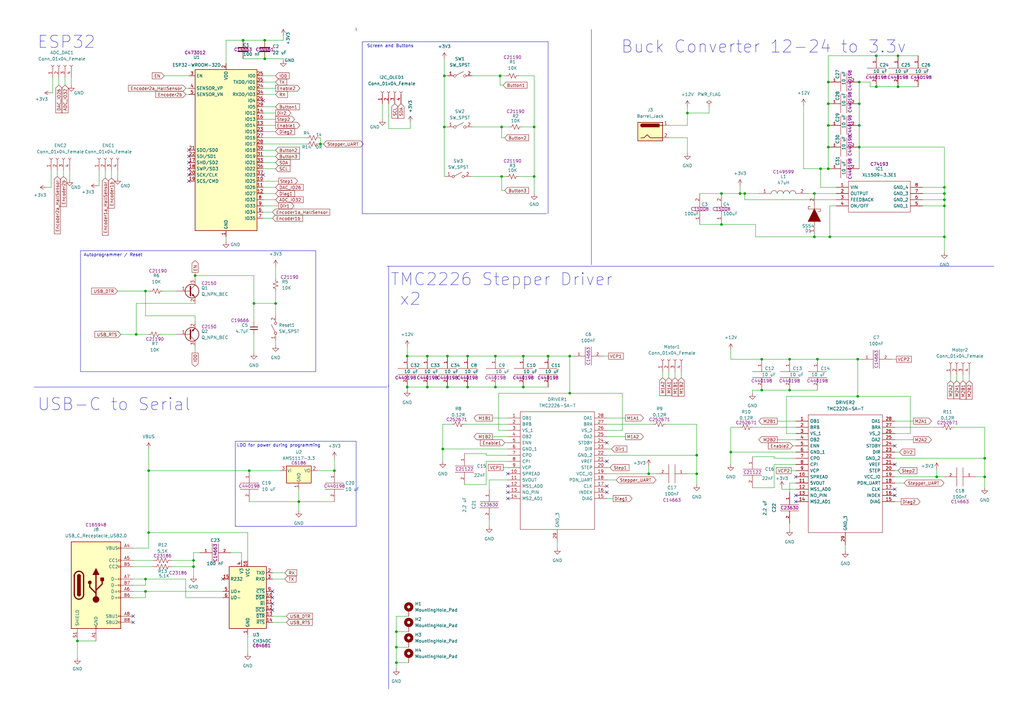
<source format=kicad_sch>
(kicad_sch (version 20231120) (generator "eeschema") (generator_version "8.0")
  (paper "A3")
  (lib_symbols
    (symbol "Connector:Barrel_Jack" (pin_names (offset 1.016))
      (property "Reference" "J" (at 0 5.334 0))
      (property "Value" "Barrel_Jack" (at 0 -5.08 0))
      (symbol "Barrel_Jack_1_1"
        (pin passive line (at 7.62 2.54 180) (length 2.54) (name "~") (number "1"))
        (pin passive line (at 7.62 -2.54 180) (length 2.54) (name "~") (number "2"))
      )
    )
    (symbol "Connector:Conn_01x04_Female" (pin_names (offset 1.016) hide)
      (property "Reference" "J" (at 0 5.08 0))
      (property "Value" "Conn_01x04_Female" (at 0 -7.62 0))
      (symbol "Conn_01x04_Female_1_1"
        (pin passive line (at -5.08 2.54 0) (length 3.81) (name "Pin_1") (number "1"))
        (pin passive line (at -5.08 0 0) (length 3.81) (name "Pin_2") (number "2"))
        (pin passive line (at -5.08 -2.54 0) (length 3.81) (name "Pin_3") (number "3"))
        (pin passive line (at -5.08 -5.08 0) (length 3.81) (name "Pin_4") (number "4"))
      )
    )
    (symbol "Connector:USB_C_Receptacle_USB2.0" (pin_names (offset 1.016))
      (property "Reference" "J" (at -10.16 19.05 0))
      (property "Value" "USB_C_Receptacle_USB2.0" (at 19.05 19.05 0))
      (symbol "USB_C_Receptacle_USB2.0_1_1"
        (pin passive line (at 0 -22.86 90) (length 5.08) (name "GND") (number "A1"))
        (pin passive line (at 0 -22.86 90) (length 5.08) hide (name "GND") (number "A12"))
        (pin passive line (at 15.24 15.24 180) (length 5.08) (name "VBUS") (number "A4"))
        (pin bidirectional line (at 15.24 10.16 180) (length 5.08) (name "CC1") (number "A5"))
        (pin bidirectional line (at 15.24 -2.54 180) (length 5.08) (name "D+") (number "A6"))
        (pin bidirectional line (at 15.24 2.54 180) (length 5.08) (name "D-") (number "A7"))
        (pin bidirectional line (at 15.24 -12.7 180) (length 5.08) (name "SBU1") (number "A8"))
        (pin passive line (at 15.24 15.24 180) (length 5.08) hide (name "VBUS") (number "A9"))
        (pin passive line (at 0 -22.86 90) (length 5.08) hide (name "GND") (number "B1"))
        (pin passive line (at 0 -22.86 90) (length 5.08) hide (name "GND") (number "B12"))
        (pin passive line (at 15.24 15.24 180) (length 5.08) hide (name "VBUS") (number "B4"))
        (pin bidirectional line (at 15.24 7.62 180) (length 5.08) (name "CC2") (number "B5"))
        (pin bidirectional line (at 15.24 -5.08 180) (length 5.08) (name "D+") (number "B6"))
        (pin bidirectional line (at 15.24 0 180) (length 5.08) (name "D-") (number "B7"))
        (pin bidirectional line (at 15.24 -15.24 180) (length 5.08) (name "SBU2") (number "B8"))
        (pin passive line (at 15.24 15.24 180) (length 5.08) hide (name "VBUS") (number "B9"))
        (pin passive line (at -7.62 -22.86 90) (length 5.08) (name "SHIELD") (number "S1"))
      )
    )
    (symbol "Device:C" (pin_numbers hide) (pin_names (offset 0.254))
      (property "Reference" "C" (at 0.635 2.54 0))
      (property "Value" "C" (at 0.635 -2.54 0))
      (symbol "C_1_1"
        (pin passive line (at 0 3.81 270) (length 2.794) (name "~") (number "1"))
        (pin passive line (at 0 -3.81 90) (length 2.794) (name "~") (number "2"))
      )
    )
    (symbol "Device:C_Small" (pin_numbers hide) (pin_names (offset 0.254) hide)
      (property "Reference" "C" (at 0.254 1.778 0))
      (property "Value" "C_Small" (at 0.254 -2.032 0))
      (symbol "C_Small_1_1"
        (pin passive line (at 0 2.54 270) (length 2.032) (name "~") (number "1"))
        (pin passive line (at 0 -2.54 90) (length 2.032) (name "~") (number "2"))
      )
    )
    (symbol "Device:Q_NPN_BEC" (pin_names (offset 0) hide)
      (property "Reference" "Q" (at 5.08 1.27 0))
      (property "Value" "Q_NPN_BEC" (at 5.08 -1.27 0))
      (symbol "Q_NPN_BEC_1_1"
        (pin input line (at -5.08 0 0) (length 5.715) (name "B") (number "1"))
        (pin passive line (at 2.54 -5.08 90) (length 2.54) (name "E") (number "2"))
        (pin passive line (at 2.54 5.08 270) (length 2.54) (name "C") (number "3"))
      )
    )
    (symbol "Device:R_Small_US" (pin_numbers hide) (pin_names (offset 0.254) hide)
      (property "Reference" "R" (at 0.762 0.508 0))
      (property "Value" "R_Small_US" (at 0.762 -1.016 0))
      (symbol "R_Small_US_1_1"
        (pin passive line (at 0 2.54 270) (length 1.016) (name "~") (number "1"))
        (pin passive line (at 0 -2.54 90) (length 1.016) (name "~") (number "2"))
      )
    )
    (symbol "Device:R_US" (pin_numbers hide) (pin_names (offset 0))
      (property "Reference" "R" (at 2.54 0 90))
      (property "Value" "R_US" (at -2.54 0 90))
      (symbol "R_US_1_1"
        (pin passive line (at 0 3.81 270) (length 1.27) (name "~") (number "1"))
        (pin passive line (at 0 -3.81 90) (length 1.27) (name "~") (number "2"))
      )
    )
    (symbol "Interface_USB:CH340C"
      (property "Reference" "U" (at -5.08 13.97 0))
      (property "Value" "CH340C" (at 1.27 13.97 0))
      (symbol "CH340C_1_1"
        (pin power_in line (at 0 -15.24 90) (length 2.54) (name "GND") (number "1"))
        (pin input line (at 10.16 0 180) (length 2.54) (name "~{DSR}") (number "10"))
        (pin input line (at 10.16 -2.54 180) (length 2.54) (name "~{RI}") (number "11"))
        (pin input line (at 10.16 -5.08 180) (length 2.54) (name "~{DCD}") (number "12"))
        (pin output line (at 10.16 -7.62 180) (length 2.54) (name "~{DTR}") (number "13"))
        (pin output line (at 10.16 -10.16 180) (length 2.54) (name "~{RTS}") (number "14"))
        (pin input line (at -10.16 7.62 0) (length 2.54) (name "R232") (number "15"))
        (pin power_in line (at 0 15.24 270) (length 2.54) (name "VCC") (number "16"))
        (pin output line (at 10.16 10.16 180) (length 2.54) (name "TXD") (number "2"))
        (pin input line (at 10.16 7.62 180) (length 2.54) (name "RXD") (number "3"))
        (pin passive line (at -2.54 15.24 270) (length 2.54) (name "V3") (number "4"))
        (pin bidirectional line (at -10.16 2.54 0) (length 2.54) (name "UD+") (number "5"))
        (pin bidirectional line (at -10.16 0 0) (length 2.54) (name "UD-") (number "6"))
        (pin no_connect line (at -7.62 -7.62 0) (length 2.54) hide (name "NC") (number "7"))
        (pin no_connect line (at -7.62 -10.16 0) (length 2.54) hide (name "NC") (number "8"))
        (pin input line (at 10.16 2.54 180) (length 2.54) (name "~{CTS}") (number "9"))
      )
    )
    (symbol "Mechanical:MountingHole_Pad" (pin_numbers hide) (pin_names (offset 1.016) hide)
      (property "Reference" "H" (at 0 6.35 0))
      (property "Value" "MountingHole_Pad" (at 0 4.445 0))
      (symbol "MountingHole_Pad_1_1"
        (pin input line (at 0 -2.54 90) (length 2.54) (name "1") (number "1"))
      )
    )
    (symbol "RF_Module:ESP32-WROOM-32D"
      (property "Reference" "U" (at -12.7 34.29 0))
      (property "Value" "ESP32-WROOM-32D" (at 1.27 34.29 0))
      (symbol "ESP32-WROOM-32D_1_1"
        (pin power_in line (at 0 -35.56 90) (length 2.54) (name "GND") (number "1"))
        (pin bidirectional line (at 15.24 -12.7 180) (length 2.54) (name "IO25") (number "10"))
        (pin bidirectional line (at 15.24 -15.24 180) (length 2.54) (name "IO26") (number "11"))
        (pin bidirectional line (at 15.24 -17.78 180) (length 2.54) (name "IO27") (number "12"))
        (pin bidirectional line (at 15.24 10.16 180) (length 2.54) (name "IO14") (number "13"))
        (pin bidirectional line (at 15.24 15.24 180) (length 2.54) (name "IO12") (number "14"))
        (pin passive line (at 0 -35.56 90) (length 2.54) hide (name "GND") (number "15"))
        (pin bidirectional line (at 15.24 12.7 180) (length 2.54) (name "IO13") (number "16"))
        (pin bidirectional line (at -15.24 -5.08 0) (length 2.54) (name "SHD/SD2") (number "17"))
        (pin bidirectional line (at -15.24 -7.62 0) (length 2.54) (name "SWP/SD3") (number "18"))
        (pin bidirectional line (at -15.24 -12.7 0) (length 2.54) (name "SCS/CMD") (number "19"))
        (pin power_in line (at 0 35.56 270) (length 2.54) (name "VDD") (number "2"))
        (pin bidirectional line (at -15.24 -10.16 0) (length 2.54) (name "SCK/CLK") (number "20"))
        (pin bidirectional line (at -15.24 0 0) (length 2.54) (name "SDO/SD0") (number "21"))
        (pin bidirectional line (at -15.24 -2.54 0) (length 2.54) (name "SDI/SD1") (number "22"))
        (pin bidirectional line (at 15.24 7.62 180) (length 2.54) (name "IO15") (number "23"))
        (pin bidirectional line (at 15.24 25.4 180) (length 2.54) (name "IO2") (number "24"))
        (pin bidirectional line (at 15.24 30.48 180) (length 2.54) (name "IO0") (number "25"))
        (pin bidirectional line (at 15.24 20.32 180) (length 2.54) (name "IO4") (number "26"))
        (pin bidirectional line (at 15.24 5.08 180) (length 2.54) (name "IO16") (number "27"))
        (pin bidirectional line (at 15.24 2.54 180) (length 2.54) (name "IO17") (number "28"))
        (pin bidirectional line (at 15.24 17.78 180) (length 2.54) (name "IO5") (number "29"))
        (pin input line (at -15.24 30.48 0) (length 2.54) (name "EN") (number "3"))
        (pin bidirectional line (at 15.24 0 180) (length 2.54) (name "IO18") (number "30"))
        (pin bidirectional line (at 15.24 -2.54 180) (length 2.54) (name "IO19") (number "31"))
        (pin no_connect line (at -12.7 -27.94 0) (length 2.54) hide (name "NC") (number "32"))
        (pin bidirectional line (at 15.24 -5.08 180) (length 2.54) (name "IO21") (number "33"))
        (pin bidirectional line (at 15.24 22.86 180) (length 2.54) (name "RXD0/IO3") (number "34"))
        (pin bidirectional line (at 15.24 27.94 180) (length 2.54) (name "TXD0/IO1") (number "35"))
        (pin bidirectional line (at 15.24 -7.62 180) (length 2.54) (name "IO22") (number "36"))
        (pin bidirectional line (at 15.24 -10.16 180) (length 2.54) (name "IO23") (number "37"))
        (pin passive line (at 0 -35.56 90) (length 2.54) hide (name "GND") (number "38"))
        (pin passive line (at 0 -35.56 90) (length 2.54) hide (name "GND") (number "39"))
        (pin input line (at -15.24 25.4 0) (length 2.54) (name "SENSOR_VP") (number "4"))
        (pin input line (at -15.24 22.86 0) (length 2.54) (name "SENSOR_VN") (number "5"))
        (pin input line (at 15.24 -25.4 180) (length 2.54) (name "IO34") (number "6"))
        (pin input line (at 15.24 -27.94 180) (length 2.54) (name "IO35") (number "7"))
        (pin bidirectional line (at 15.24 -20.32 180) (length 2.54) (name "IO32") (number "8"))
        (pin bidirectional line (at 15.24 -22.86 180) (length 2.54) (name "IO33") (number "9"))
      )
    )
    (symbol "Regulator_Linear:AMS1117-3.3" (pin_names (offset 0.254))
      (property "Reference" "U" (at -3.81 3.175 0))
      (property "Value" "AMS1117-3.3" (at 0 3.175 0))
      (symbol "AMS1117-3.3_1_1"
        (pin power_in line (at 0 -7.62 90) (length 2.54) (name "GND") (number "1"))
        (pin power_out line (at 7.62 0 180) (length 2.54) (name "VO") (number "2"))
        (pin power_in line (at -7.62 0 0) (length 2.54) (name "VI") (number "3"))
      )
    )
    (symbol "SamacSys_Parts:CL31A107MQHNNNE" (pin_names (offset 0.762))
      (property "Reference" "C" (at 8.89 6.35 0))
      (property "Value" "CL31A107MQHNNNE" (at 8.89 3.81 0))
      (symbol "CL31A107MQHNNNE_0_0"
        (pin passive line (at 0 0 0) (length 5.08) (name "~") (number "1"))
        (pin passive line (at 12.7 0 180) (length 5.08) (name "~") (number "2"))
      )
    )
    (symbol "SamacSys_Parts:SMMS0650-470M" (pin_names (offset 0.762))
      (property "Reference" "L" (at 16.51 6.35 0))
      (property "Value" "SMMS0650-470M" (at 16.51 3.81 0))
      (symbol "SMMS0650-470M_0_0"
        (pin passive line (at 0 0 0) (length 5.08) (name "~") (number "1"))
        (pin passive line (at 20.32 0 180) (length 5.08) (name "~") (number "2"))
      )
    )
    (symbol "SamacSys_Parts:SS54" (pin_names (offset 0.762))
      (property "Reference" "D" (at 12.7 8.89 0))
      (property "Value" "SS54" (at 12.7 6.35 0))
      (symbol "SS54_0_0"
        (pin passive line (at 17.78 0 180) (length 2.54) (name "~") (number "1"))
        (pin passive line (at 2.54 0 0) (length 2.54) (name "~") (number "2"))
      )
    )
    (symbol "SamacSys_Parts:TMC2226-SA-T" (pin_names (offset 0.762))
      (property "Reference" "IC" (at 36.83 7.62 0))
      (property "Value" "TMC2226-SA-T" (at 36.83 5.08 0))
      (symbol "TMC2226-SA-T_0_0"
        (pin passive line (at 0 0 0) (length 5.08) (name "OB1") (number "1"))
        (pin passive line (at 0 -22.86 0) (length 5.08) (name "SPREAD") (number "10"))
        (pin passive line (at 0 -25.4 0) (length 5.08) (name "5VOUT") (number "11"))
        (pin passive line (at 0 -27.94 0) (length 5.08) (name "MS1_AD0") (number "12"))
        (pin passive line (at 0 -30.48 0) (length 5.08) (name "NO_PIN") (number "13"))
        (pin passive line (at 0 -33.02 0) (length 5.08) (name "MS2_AD1") (number "14"))
        (pin passive line (at 40.64 -33.02 180) (length 5.08) (name "DIAG") (number "15"))
        (pin passive line (at 40.64 -30.48 180) (length 5.08) (name "INDEX") (number "16"))
        (pin passive line (at 40.64 -27.94 180) (length 5.08) (name "CLK") (number "17"))
        (pin passive line (at 40.64 -25.4 180) (length 5.08) (name "PDN_UART") (number "18"))
        (pin passive line (at 40.64 -22.86 180) (length 5.08) (name "VCC_IO") (number "19"))
        (pin passive line (at 0 -2.54 0) (length 5.08) (name "BRB") (number "2"))
        (pin passive line (at 40.64 -20.32 180) (length 5.08) (name "STEP") (number "20"))
        (pin passive line (at 40.64 -17.78 180) (length 5.08) (name "VREF") (number "21"))
        (pin passive line (at 40.64 -15.24 180) (length 5.08) (name "GND_2") (number "22"))
        (pin passive line (at 40.64 -12.7 180) (length 5.08) (name "DIR") (number "23"))
        (pin passive line (at 40.64 -10.16 180) (length 5.08) (name "STDBY") (number "24"))
        (pin passive line (at 40.64 -7.62 180) (length 5.08) (name "OA2") (number "25"))
        (pin passive line (at 40.64 -5.08 180) (length 5.08) (name "VS_2") (number "26"))
        (pin passive line (at 40.64 -2.54 180) (length 5.08) (name "BRA") (number "27"))
        (pin passive line (at 40.64 0 180) (length 5.08) (name "OA1") (number "28"))
        (pin passive line (at 20.32 -50.8 90) (length 5.08) (name "GND_3") (number "29"))
        (pin passive line (at 0 -5.08 0) (length 5.08) (name "VS_1") (number "3"))
        (pin passive line (at 0 -7.62 0) (length 5.08) (name "OB2") (number "4"))
        (pin passive line (at 0 -10.16 0) (length 5.08) (name "ENN") (number "5"))
        (pin passive line (at 0 -12.7 0) (length 5.08) (name "GND_1") (number "6"))
        (pin passive line (at 0 -15.24 0) (length 5.08) (name "CPO") (number "7"))
        (pin passive line (at 0 -17.78 0) (length 5.08) (name "CPI") (number "8"))
        (pin passive line (at 0 -20.32 0) (length 5.08) (name "VCP") (number "9"))
      )
    )
    (symbol "SamacSys_Parts:XL1509-3.3E1" (pin_names (offset 0.762))
      (property "Reference" "IC" (at 31.75 7.62 0))
      (property "Value" "XL1509-3.3E1" (at 31.75 5.08 0))
      (symbol "XL1509-3.3E1_0_0"
        (pin passive line (at 0 0 0) (length 5.08) (name "VIN") (number "1"))
        (pin passive line (at 0 -2.54 0) (length 5.08) (name "OUTPUT") (number "2"))
        (pin passive line (at 0 -5.08 0) (length 5.08) (name "FEEDBACK") (number "3"))
        (pin passive line (at 0 -7.62 0) (length 5.08) (name "ON/OFF") (number "4"))
        (pin passive line (at 35.56 -7.62 180) (length 5.08) (name "GND_1") (number "5"))
        (pin passive line (at 35.56 -5.08 180) (length 5.08) (name "GND_2") (number "6"))
        (pin passive line (at 35.56 -2.54 180) (length 5.08) (name "GND_3") (number "7"))
        (pin passive line (at 35.56 0 180) (length 5.08) (name "GND_4") (number "8"))
      )
    )
    (symbol "Switch:SW_SPST" (pin_names (offset 0) hide)
      (property "Reference" "SW" (at 0 3.175 0))
      (property "Value" "SW_SPST" (at 0 -2.54 0))
      (symbol "SW_SPST_1_1"
        (pin passive line (at -5.08 0 0) (length 2.54) (name "A") (number "1"))
        (pin passive line (at 5.08 0 180) (length 2.54) (name "B") (number "2"))
      )
    )
    (symbol "power:+12V" (power) (pin_names (offset 0))
      (property "Value" "+12V" (at 0 3.556 0))
      (symbol "+12V_1_1"
        (pin power_in line (at 0 0 90) (length 0) hide (name "+12V") (number "1"))
      )
    )
    (symbol "power:+3.3V" (power) (pin_names (offset 0))
      (property "Value" "+3.3V" (at 0 3.556 0))
      (symbol "+3.3V_1_1"
        (pin power_in line (at 0 0 90) (length 0) hide (name "+3V3") (number "1"))
      )
    )
    (symbol "power:GND" (power) (pin_names (offset 0))
      (property "Value" "GND" (at 0 -3.81 0))
      (symbol "GND_1_1"
        (pin power_in line (at 0 0 270) (length 0) hide (name "GND") (number "1"))
      )
    )
    (symbol "power:PWR_FLAG" (power) (pin_numbers hide) (pin_names (offset 0) hide)
      (property "Value" "PWR_FLAG" (at 0 3.81 0))
      (symbol "PWR_FLAG_0_0"
        (pin power_out line (at 0 0 90) (length 0) (name "pwr") (number "1"))
      )
    )
    (symbol "power:VBUS" (power) (pin_names (offset 0))
      (property "Value" "VBUS" (at 0 3.81 0))
      (symbol "VBUS_1_1"
        (pin power_in line (at 0 0 90) (length 0) hide (name "VBUS") (number "1"))
      )
    )
    (symbol "pspice:C" (pin_names (offset 0.254))
      (property "Reference" "C" (at 2.54 3.81 90))
      (property "Value" "C" (at 2.54 -3.81 90))
      (symbol "C_1_1"
        (pin passive line (at 0 6.35 270) (length 5.08) (name "~") (number "1"))
        (pin passive line (at 0 -6.35 90) (length 5.08) (name "~") (number "2"))
      )
    )
  )
  (junction (at 384.175 195.58))
  (junction (at 323.85 160.02))
  (junction (at 352.425 42.545))
  (junction (at 295.91 92.075))
  (junction (at 183.515 158.75))
  (junction (at 359.41 22.86))
  (junction (at 214.63 158.75))
  (junction (at 60.96 193.04))
  (junction (at 205.74 52.07))
  (junction (at 403.86 195.58))
  (junction (at 387.35 76.835))
  (junction (at 181.61 184.15))
  (junction (at 224.79 146.05))
  (junction (at 334.01 97.155))
  (junction (at 79.375 232.41))
  (junction (at 312.42 160.02))
  (junction (at 203.2 146.05))
  (junction (at 368.3 35.56))
  (junction (at 285.75 194.31))
  (junction (at 191.77 158.75))
  (junction (at 340.36 97.155))
  (junction (at 182.245 52.07))
  (junction (at 162.56 271.78))
  (junction (at 339.725 69.215))
  (junction (at 299.72 185.42))
  (junction (at 339.725 60.325))
  (junction (at 403.86 187.96))
  (junction (at 59.69 119.38))
  (junction (at 233.68 161.29))
  (junction (at 214.63 146.05))
  (junction (at 60.96 218.44))
  (junction (at 167.005 146.05))
  (junction (at 55.88 137.16))
  (junction (at 203.2 158.75))
  (junction (at 167.005 158.75))
  (junction (at 339.725 42.545))
  (junction (at 387.35 84.455))
  (junction (at 175.26 146.05))
  (junction (at 137.16 193.04))
  (junction (at 334.01 79.375))
  (junction (at 122.555 205.74))
  (junction (at 175.26 158.75))
  (junction (at 351.79 162.56))
  (junction (at 387.35 81.915))
  (junction (at 368.3 22.86))
  (junction (at 99.695 16.51))
  (junction (at 162.56 265.43))
  (junction (at 339.725 33.655))
  (junction (at 312.42 147.32))
  (junction (at 352.425 33.655))
  (junction (at 266.065 194.31))
  (junction (at 351.79 147.32))
  (junction (at 323.85 147.32))
  (junction (at 59.69 237.49))
  (junction (at 387.35 97.155))
  (junction (at 339.725 51.435))
  (junction (at 31.75 262.89))
  (junction (at 191.77 146.05))
  (junction (at 359.41 35.56))
  (junction (at 104.14 124.46))
  (junction (at 108.585 24.13))
  (junction (at 131.445 59.055))
  (junction (at 108.585 16.51))
  (junction (at 295.91 79.375))
  (junction (at 335.28 147.32))
  (junction (at 281.94 46.355))
  (junction (at 80.01 113.03))
  (junction (at 205.74 72.39))
  (junction (at 219.075 52.07))
  (junction (at 219.075 72.39))
  (junction (at 205.105 31.115))
  (junction (at 102.235 193.04))
  (junction (at 352.425 60.325))
  (junction (at 352.425 51.435))
  (junction (at 336.55 69.215))
  (junction (at 182.245 31.115))
  (junction (at 285.75 186.69))
  (junction (at 162.56 259.08))
  (junction (at 303.53 79.375))
  (junction (at 79.375 229.87))
  (junction (at 305.435 79.375))
  (junction (at 59.69 242.57))
  (junction (at 387.35 79.375))
  (junction (at 233.68 146.05))
  (junction (at 183.515 146.05))
  (junction (at 113.03 124.46))
  (no_connect (at 326.39 205.74))
  (no_connect (at 367.03 182.88))
  (no_connect (at 107.95 41.275))
  (no_connect (at 367.03 203.2))
  (no_connect (at 91.44 237.49))
  (no_connect (at 326.39 195.58))
  (no_connect (at 111.76 242.57))
  (no_connect (at 111.76 245.11))
  (no_connect (at 111.76 247.65))
  (no_connect (at 111.76 250.19))
  (no_connect (at 326.39 203.2))
  (no_connect (at 107.95 71.755))
  (no_connect (at 208.28 194.31))
  (no_connect (at 208.28 204.47))
  (no_connect (at 208.28 199.39))
  (no_connect (at 208.28 201.93))
  (no_connect (at 77.47 64.135))
  (no_connect (at 77.47 66.675))
  (no_connect (at 77.47 69.215))
  (no_connect (at 77.47 71.755))
  (no_connect (at 77.47 74.295))
  (no_connect (at 77.47 61.595))
  (no_connect (at 367.03 200.66))
  (no_connect (at 248.92 201.93))
  (no_connect (at 248.92 199.39))
  (no_connect (at 248.92 181.61))
  (no_connect (at 54.61 255.27))
  (no_connect (at 54.61 252.73))
  (no_connect (at 367.03 190.5))
  (no_connect (at 248.92 189.23))
  (wire (pts (xy 322.58 177.8) (xy 322.58 162.56)))
  (wire (pts (xy 60.96 224.79) (xy 60.96 218.44)))
  (polyline (pts (xy 129.54 102.87) (xy 33.02 102.87)))
  (wire (pts (xy 281.94 43.815) (xy 281.94 46.355)))
  (wire (pts (xy 335.28 147.32) (xy 323.85 147.32)))
  (wire (pts (xy 191.77 158.75) (xy 203.2 158.75)))
  (wire (pts (xy 317.5 200.025) (xy 317.5 190.5)))
  (wire (pts (xy 199.39 189.23) (xy 208.28 189.23)))
  (wire (pts (xy 204.47 161.29) (xy 233.68 161.29)))
  (wire (pts (xy 55.88 124.46) (xy 55.88 137.16)))
  (wire (pts (xy 167.005 158.75) (xy 167.005 160.02)))
  (wire (pts (xy 80.01 111.76) (xy 80.01 113.03)))
  (wire (pts (xy 336.55 69.215) (xy 339.725 69.215)))
  (wire (pts (xy 320.675 200.66) (xy 320.675 200.025)))
  (wire (pts (xy 104.14 124.46) (xy 113.03 124.46)))
  (wire (pts (xy 255.27 176.53) (xy 255.27 161.29)))
  (polyline (pts (xy 146.05 180.975) (xy 96.52 180.975)))
  (wire (pts (xy 185.42 173.99) (xy 181.61 173.99)))
  (wire (pts (xy 181.61 173.99) (xy 181.61 184.15)))
  (wire (pts (xy 356.87 35.56) (xy 359.41 35.56)))
  (wire (pts (xy 387.35 84.455) (xy 387.35 97.155)))
  (wire (pts (xy 331.47 79.375) (xy 334.01 79.375)))
  (wire (pts (xy 203.2 146.05) (xy 214.63 146.05)))
  (wire (pts (xy 81.915 226.695) (xy 79.375 226.695)))
  (wire (pts (xy 276.86 152.4) (xy 276.86 154.94)))
  (wire (pts (xy 368.3 22.86) (xy 359.41 22.86)))
  (wire (pts (xy 48.26 119.38) (xy 59.69 119.38)))
  (wire (pts (xy 352.425 60.325) (xy 387.35 60.325)))
  (wire (pts (xy 367.03 195.58) (xy 384.175 195.58)))
  (wire (pts (xy 79.375 232.41) (xy 79.375 236.22)))
  (wire (pts (xy 162.56 271.78) (xy 167.64 271.78)))
  (wire (pts (xy 274.32 56.515) (xy 281.94 56.515)))
  (wire (pts (xy 59.69 119.38) (xy 59.69 129.54)))
  (wire (pts (xy 367.03 198.12) (xy 370.84 198.12)))
  (wire (pts (xy 182.245 52.07) (xy 183.515 52.07)))
  (wire (pts (xy 99.695 16.51) (xy 108.585 16.51)))
  (wire (pts (xy 323.85 198.12) (xy 326.39 198.12)))
  (wire (pts (xy 131.445 56.515) (xy 130.81 56.515)))
  (wire (pts (xy 308.61 175.26) (xy 326.39 175.26)))
  (wire (pts (xy 76.2 237.49) (xy 76.2 245.11)))
  (wire (pts (xy 70.485 232.41) (xy 79.375 232.41)))
  (wire (pts (xy 94.615 226.695) (xy 99.06 226.695)))
  (wire (pts (xy 308.61 160.02) (xy 308.61 161.29)))
  (polyline (pts (xy 146.05 215.9) (xy 146.05 180.975)))
  (wire (pts (xy 403.86 195.58) (xy 403.86 200.025)))
  (wire (pts (xy 111.76 252.73) (xy 117.475 252.73)))
  (wire (pts (xy 167.64 252.73) (xy 162.56 252.73)))
  (wire (pts (xy 107.95 61.595) (xy 113.03 61.595)))
  (wire (pts (xy 219.075 52.07) (xy 213.995 52.07)))
  (wire (pts (xy 299.72 185.42) (xy 299.72 190.5)))
  (wire (pts (xy 107.95 53.975) (xy 113.03 53.975)))
  (wire (pts (xy 308.61 200.025) (xy 317.5 200.025)))
  (wire (pts (xy 373.38 162.56) (xy 351.79 162.56)))
  (wire (pts (xy 175.26 158.75) (xy 167.005 158.75)))
  (wire (pts (xy 326.39 185.42) (xy 299.72 185.42)))
  (wire (pts (xy 389.89 153.67) (xy 389.89 156.21)))
  (wire (pts (xy 376.555 22.86) (xy 368.3 22.86)))
  (wire (pts (xy 281.94 194.31) (xy 285.75 194.31)))
  (wire (pts (xy 248.92 176.53) (xy 255.27 176.53)))
  (wire (pts (xy 340.36 84.455) (xy 340.36 97.155)))
  (wire (pts (xy 255.27 161.29) (xy 233.68 161.29)))
  (wire (pts (xy 182.245 24.13) (xy 182.245 31.115)))
  (wire (pts (xy 324.485 193.04) (xy 326.39 193.04)))
  (wire (pts (xy 248.92 196.85) (xy 252.73 196.85)))
  (wire (pts (xy 190.5 198.755) (xy 199.39 198.755)))
  (wire (pts (xy 279.4 152.4) (xy 279.4 154.94)))
  (wire (pts (xy 400.05 195.58) (xy 403.86 195.58)))
  (wire (pts (xy 214.63 146.05) (xy 224.79 146.05)))
  (wire (pts (xy 273.05 173.99) (xy 285.75 173.99)))
  (wire (pts (xy 352.425 60.325) (xy 352.425 69.215)))
  (wire (pts (xy 191.77 158.75) (xy 183.515 158.75)))
  (wire (pts (xy 76.2 38.735) (xy 77.47 38.735)))
  (wire (pts (xy 378.46 79.375) (xy 387.35 79.375)))
  (wire (pts (xy 317.5 187.96) (xy 317.5 187.325)))
  (wire (pts (xy 339.725 51.435) (xy 339.725 60.325)))
  (wire (pts (xy 54.61 237.49) (xy 59.69 237.49)))
  (wire (pts (xy 346.71 223.52) (xy 346.71 226.06)))
  (wire (pts (xy 352.425 51.435) (xy 352.425 60.325)))
  (wire (pts (xy 199.39 186.69) (xy 199.39 186.055)))
  (wire (pts (xy 107.95 59.055) (xy 125.73 59.055)))
  (wire (pts (xy 323.85 147.32) (xy 312.42 147.32)))
  (wire (pts (xy 248.92 204.47) (xy 251.46 204.47)))
  (wire (pts (xy 29.21 31.75) (xy 29.21 34.925)))
  (wire (pts (xy 102.235 193.04) (xy 114.935 193.04)))
  (wire (pts (xy 122.555 205.74) (xy 122.555 209.55)))
  (wire (pts (xy 322.58 162.56) (xy 351.79 162.56)))
  (wire (pts (xy 70.485 229.87) (xy 79.375 229.87)))
  (wire (pts (xy 102.235 205.74) (xy 122.555 205.74)))
  (wire (pts (xy 182.245 31.115) (xy 183.515 31.115)))
  (wire (pts (xy 162.56 265.43) (xy 162.56 271.78)))
  (wire (pts (xy 299.72 143.51) (xy 299.72 147.32)))
  (wire (pts (xy 290.83 46.355) (xy 281.94 46.355)))
  (wire (pts (xy 60.96 184.15) (xy 60.96 193.04)))
  (wire (pts (xy 205.74 78.105) (xy 205.74 72.39)))
  (polyline (pts (xy 159.385 158.115) (xy 159.385 282.575)))
  (wire (pts (xy 20.955 76.835) (xy 19.05 76.835)))
  (wire (pts (xy 266.065 194.31) (xy 266.065 191.135)))
  (wire (pts (xy 131.445 59.055) (xy 131.445 56.515)))
  (wire (pts (xy 43.18 69.85) (xy 43.18 73.025)))
  (wire (pts (xy 205.105 31.115) (xy 207.645 31.115)))
  (wire (pts (xy 107.95 64.135) (xy 113.03 64.135)))
  (wire (pts (xy 368.3 35.56) (xy 376.555 35.56)))
  (wire (pts (xy 107.95 31.115) (xy 113.03 31.115)))
  (polyline (pts (xy 148.59 87.63) (xy 148.59 17.145)))
  (wire (pts (xy 303.53 76.2) (xy 303.53 79.375)))
  (wire (pts (xy 66.675 119.38) (xy 72.39 119.38)))
  (wire (pts (xy 60.96 193.04) (xy 102.235 193.04)))
  (wire (pts (xy 107.95 46.355) (xy 113.03 46.355)))
  (wire (pts (xy 67.31 31.115) (xy 77.47 31.115)))
  (wire (pts (xy 107.95 66.675) (xy 113.03 66.675)))
  (wire (pts (xy 167.005 146.05) (xy 175.26 146.05)))
  (wire (pts (xy 48.26 69.85) (xy 48.26 73.025)))
  (wire (pts (xy 351.79 147.32) (xy 353.06 147.32)))
  (wire (pts (xy 199.39 198.755) (xy 199.39 189.23)))
  (wire (pts (xy 403.86 187.96) (xy 403.86 195.58)))
  (wire (pts (xy 54.61 240.03) (xy 59.69 240.03)))
  (wire (pts (xy 54.61 245.11) (xy 59.69 245.11)))
  (wire (pts (xy 248.92 173.99) (xy 267.97 173.99)))
  (wire (pts (xy 287.02 92.075) (xy 295.91 92.075)))
  (wire (pts (xy 378.46 84.455) (xy 387.35 84.455)))
  (wire (pts (xy 248.92 191.77) (xy 250.19 191.77)))
  (wire (pts (xy 323.85 214.63) (xy 323.85 217.17)))
  (wire (pts (xy 336.55 69.215) (xy 336.55 76.835)))
  (wire (pts (xy 387.35 79.375) (xy 387.35 81.915)))
  (wire (pts (xy 60.96 218.44) (xy 60.96 193.04)))
  (wire (pts (xy 387.35 81.915) (xy 387.35 84.455)))
  (wire (pts (xy 122.555 205.74) (xy 137.16 205.74)))
  (wire (pts (xy 309.88 97.155) (xy 334.01 97.155)))
  (wire (pts (xy 137.16 193.04) (xy 130.175 193.04)))
  (polyline (pts (xy 33.02 102.87) (xy 33.02 152.4)))
  (wire (pts (xy 299.72 175.26) (xy 299.72 185.42)))
  (wire (pts (xy 200.66 213.36) (xy 200.66 215.9)))
  (wire (pts (xy 54.61 229.87) (xy 62.865 229.87)))
  (wire (pts (xy 59.69 245.11) (xy 59.69 242.57)))
  (wire (pts (xy 208.28 186.69) (xy 199.39 186.69)))
  (wire (pts (xy 92.71 97.155) (xy 92.71 99.06)))
  (wire (pts (xy 191.77 146.05) (xy 203.2 146.05)))
  (wire (pts (xy 182.245 72.39) (xy 182.88 72.39)))
  (wire (pts (xy 21.59 38.1) (xy 20.955 38.1)))
  (wire (pts (xy 378.46 76.835) (xy 387.35 76.835)))
  (wire (pts (xy 205.74 72.39) (xy 207.645 72.39)))
  (polyline (pts (xy 224.79 17.145) (xy 224.79 87.63)))
  (wire (pts (xy 40.64 76.2) (xy 40.005 76.2)))
  (wire (pts (xy 131.445 59.055) (xy 132.715 59.055)))
  (wire (pts (xy 290.83 43.815) (xy 290.83 46.355)))
  (wire (pts (xy 224.79 146.05) (xy 233.68 146.05)))
  (wire (pts (xy 339.725 33.655) (xy 339.725 42.545)))
  (wire (pts (xy 326.39 177.8) (xy 322.58 177.8)))
  (polyline (pts (xy 96.52 215.9) (xy 146.05 215.9)))
  (wire (pts (xy 387.35 97.155) (xy 387.35 103.505)))
  (polyline (pts (xy 159.385 109.22) (xy 159.385 158.75)))
  (wire (pts (xy 107.95 79.375) (xy 113.03 79.375)))
  (polyline (pts (xy 146.05 11.43) (xy 146.05 12.7)))
  (wire (pts (xy 162.56 271.78) (xy 162.56 274.32)))
  (wire (pts (xy 233.68 161.29) (xy 233.68 146.05)))
  (wire (pts (xy 107.95 43.815) (xy 113.03 43.815)))
  (wire (pts (xy 49.53 137.16) (xy 55.88 137.16)))
  (wire (pts (xy 79.375 229.87) (xy 79.375 232.41)))
  (wire (pts (xy 205.74 52.07) (xy 208.915 52.07)))
  (wire (pts (xy 200.66 196.85) (xy 208.28 196.85)))
  (wire (pts (xy 175.26 146.05) (xy 183.515 146.05)))
  (wire (pts (xy 367.03 193.04) (xy 368.3 193.04)))
  (wire (pts (xy 351.79 162.56) (xy 351.79 147.32)))
  (wire (pts (xy 182.245 31.115) (xy 182.245 52.07)))
  (wire (pts (xy 21.59 31.75) (xy 21.59 38.1)))
  (wire (pts (xy 104.14 137.16) (xy 104.14 144.78)))
  (wire (pts (xy 271.78 152.4) (xy 271.78 154.94)))
  (wire (pts (xy 287.02 79.375) (xy 295.91 79.375)))
  (wire (pts (xy 356.87 33.655) (xy 356.87 35.56)))
  (wire (pts (xy 54.61 232.41) (xy 62.865 232.41)))
  (wire (pts (xy 219.075 72.39) (xy 212.725 72.39)))
  (wire (pts (xy 39.37 262.89) (xy 31.75 262.89)))
  (wire (pts (xy 162.56 265.43) (xy 167.64 265.43)))
  (wire (pts (xy 116.205 14.605) (xy 116.205 16.51)))
  (wire (pts (xy 334.01 97.155) (xy 340.36 97.155)))
  (wire (pts (xy 367.03 185.42) (xy 368.935 185.42)))
  (wire (pts (xy 281.94 46.355) (xy 281.94 51.435)))
  (wire (pts (xy 248.92 186.69) (xy 285.75 186.69)))
  (wire (pts (xy 207.01 56.515) (xy 205.74 56.515)))
  (wire (pts (xy 116.205 24.13) (xy 116.205 24.765)))
  (wire (pts (xy 318.77 172.72) (xy 326.39 172.72)))
  (wire (pts (xy 367.03 177.8) (xy 373.38 177.8)))
  (wire (pts (xy 104.14 113.03) (xy 104.14 124.46)))
  (wire (pts (xy 59.69 242.57) (xy 91.44 242.57)))
  (wire (pts (xy 367.03 187.96) (xy 403.86 187.96)))
  (wire (pts (xy 76.2 245.11) (xy 91.44 245.11)))
  (wire (pts (xy 334.01 95.885) (xy 334.01 97.155)))
  (wire (pts (xy 317.5 187.325) (xy 308.61 187.325)))
  (wire (pts (xy 201.93 179.07) (xy 208.28 179.07)))
  (wire (pts (xy 80.01 113.03) (xy 104.14 113.03)))
  (wire (pts (xy 281.94 51.435) (xy 274.32 51.435)))
  (wire (pts (xy 233.68 146.05) (xy 234.95 146.05)))
  (wire (pts (xy 108.585 16.51) (xy 116.205 16.51)))
  (wire (pts (xy 285.75 186.69) (xy 285.75 194.31)))
  (wire (pts (xy 352.425 33.655) (xy 352.425 42.545)))
  (wire (pts (xy 207.01 181.61) (xy 208.28 181.61)))
  (polyline (pts (xy 242.57 12.065) (xy 242.57 108.585)))
  (wire (pts (xy 107.95 74.295) (xy 114.3 74.295)))
  (wire (pts (xy 101.6 260.35) (xy 101.6 267.97)))
  (wire (pts (xy 80.01 124.46) (xy 55.88 124.46)))
  (wire (pts (xy 107.95 89.535) (xy 111.76 89.535)))
  (wire (pts (xy 219.075 31.115) (xy 219.075 52.07)))
  (wire (pts (xy 394.97 153.67) (xy 394.97 156.21)))
  (wire (pts (xy 325.12 182.88) (xy 326.39 182.88)))
  (wire (pts (xy 205.105 34.925) (xy 205.105 31.115)))
  (wire (pts (xy 113.03 139.7) (xy 113.03 141.605)))
  (wire (pts (xy 80.01 129.54) (xy 59.69 129.54)))
  (wire (pts (xy 339.725 22.86) (xy 339.725 33.655)))
  (wire (pts (xy 281.94 56.515) (xy 281.94 62.865)))
  (wire (pts (xy 111.76 234.95) (xy 116.84 234.95)))
  (wire (pts (xy 387.35 60.325) (xy 387.35 76.835)))
  (wire (pts (xy 80.01 113.03) (xy 80.01 114.3)))
  (wire (pts (xy 323.85 160.02) (xy 335.28 160.02)))
  (wire (pts (xy 107.95 81.915) (xy 113.03 81.915)))
  (wire (pts (xy 339.725 42.545) (xy 339.725 51.435)))
  (wire (pts (xy 130.81 59.055) (xy 131.445 59.055)))
  (wire (pts (xy 212.725 31.115) (xy 219.075 31.115)))
  (wire (pts (xy 392.43 153.67) (xy 392.43 156.21)))
  (wire (pts (xy 159.385 52.705) (xy 159.385 42.545)))
  (wire (pts (xy 352.425 42.545) (xy 352.425 51.435)))
  (wire (pts (xy 54.61 242.57) (xy 59.69 242.57)))
  (wire (pts (xy 299.72 147.32) (xy 312.42 147.32)))
  (wire (pts (xy 248.92 171.45) (xy 256.54 171.45)))
  (wire (pts (xy 336.55 76.835) (xy 342.9 76.835)))
  (wire (pts (xy 193.04 72.39) (xy 205.74 72.39)))
  (wire (pts (xy 92.71 16.51) (xy 99.695 16.51)))
  (wire (pts (xy 156.845 42.545) (xy 156.845 48.895)))
  (wire (pts (xy 76.2 36.195) (xy 77.47 36.195)))
  (wire (pts (xy 309.88 92.075) (xy 309.88 97.155)))
  (wire (pts (xy 339.725 60.325) (xy 339.725 69.215)))
  (wire (pts (xy 391.16 175.26) (xy 403.86 175.26)))
  (wire (pts (xy 107.95 48.895) (xy 113.03 48.895)))
  (wire (pts (xy 54.61 224.79) (xy 60.96 224.79)))
  (wire (pts (xy 28.575 69.85) (xy 28.575 73.66)))
  (wire (pts (xy 305.435 81.915) (xy 342.9 81.915)))
  (wire (pts (xy 303.53 175.26) (xy 299.72 175.26)))
  (wire (pts (xy 182.245 52.07) (xy 182.245 72.39)))
  (wire (pts (xy 303.53 79.375) (xy 305.435 79.375)))
  (wire (pts (xy 193.675 31.115) (xy 205.105 31.115)))
  (wire (pts (xy 162.56 259.08) (xy 162.56 265.43)))
  (wire (pts (xy 295.91 79.375) (xy 303.53 79.375)))
  (wire (pts (xy 248.92 184.15) (xy 250.825 184.15)))
  (wire (pts (xy 228.6 222.25) (xy 228.6 224.79)))
  (wire (pts (xy 60.96 218.44) (xy 101.6 218.44)))
  (wire (pts (xy 40.64 69.85) (xy 40.64 76.2)))
  (wire (pts (xy 104.14 124.46) (xy 104.14 132.08)))
  (wire (pts (xy 205.74 56.515) (xy 205.74 52.07)))
  (wire (pts (xy 183.515 158.75) (xy 175.26 158.75)))
  (wire (pts (xy 107.95 84.455) (xy 114.3 84.455)))
  (wire (pts (xy 214.63 158.75) (xy 224.79 158.75)))
  (wire (pts (xy 107.95 38.735) (xy 113.03 38.735)))
  (wire (pts (xy 45.72 69.85) (xy 45.72 73.025)))
  (wire (pts (xy 59.69 240.03) (xy 59.69 237.49)))
  (wire (pts (xy 111.76 255.27) (xy 117.475 255.27)))
  (wire (pts (xy 359.41 22.86) (xy 339.725 22.86)))
  (wire (pts (xy 66.04 137.16) (xy 72.39 137.16)))
  (wire (pts (xy 248.92 194.31) (xy 266.065 194.31)))
  (wire (pts (xy 113.03 124.46) (xy 113.03 129.54)))
  (polyline (pts (xy 148.59 17.145) (xy 224.79 17.145)))
  (wire (pts (xy 162.56 259.08) (xy 167.64 259.08)))
  (wire (pts (xy 99.06 229.87) (xy 99.06 226.695)))
  (wire (pts (xy 59.69 119.38) (xy 61.595 119.38)))
  (wire (pts (xy 162.56 252.73) (xy 162.56 259.08)))
  (wire (pts (xy 107.95 76.835) (xy 113.03 76.835)))
  (wire (pts (xy 285.75 173.99) (xy 285.75 186.69)))
  (wire (pts (xy 107.95 51.435) (xy 113.03 51.435)))
  (wire (pts (xy 183.515 146.05) (xy 191.77 146.05)))
  (wire (pts (xy 342.9 84.455) (xy 340.36 84.455)))
  (wire (pts (xy 397.51 153.67) (xy 397.51 156.21)))
  (wire (pts (xy 326.39 187.96) (xy 317.5 187.96)))
  (wire (pts (xy 111.76 237.49) (xy 116.84 237.49)))
  (wire (pts (xy 208.28 176.53) (xy 204.47 176.53)))
  (wire (pts (xy 318.77 180.34) (xy 326.39 180.34)))
  (polyline (pts (xy 158.75 109.22) (xy 407.67 109.22)))
  (wire (pts (xy 384.175 195.58) (xy 387.35 195.58)))
  (wire (pts (xy 26.035 69.85) (xy 26.035 72.39)))
  (polyline (pts (xy 13.97 158.75) (xy 158.75 158.75)))
  (wire (pts (xy 326.39 200.66) (xy 320.675 200.66)))
  (wire (pts (xy 137.16 187.96) (xy 137.16 193.04)))
  (wire (pts (xy 335.28 147.32) (xy 351.79 147.32)))
  (wire (pts (xy 206.375 191.77) (xy 208.28 191.77)))
  (wire (pts (xy 107.95 36.195) (xy 113.03 36.195)))
  (wire (pts (xy 334.01 79.375) (xy 342.9 79.375)))
  (wire (pts (xy 367.03 180.34) (xy 374.65 180.34)))
  (wire (pts (xy 168.275 52.705) (xy 168.275 50.165)))
  (wire (pts (xy 23.495 69.85) (xy 23.495 72.39)))
  (wire (pts (xy 203.2 158.75) (xy 214.63 158.75)))
  (wire (pts (xy 99.695 24.13) (xy 108.585 24.13)))
  (wire (pts (xy 107.95 33.655) (xy 113.03 33.655)))
  (wire (pts (xy 55.88 137.16) (xy 60.96 137.16)))
  (wire (pts (xy 80.01 132.08) (xy 80.01 129.54)))
  (wire (pts (xy 159.385 52.705) (xy 168.275 52.705)))
  (wire (pts (xy 387.35 76.835) (xy 387.35 79.375)))
  (wire (pts (xy 312.42 160.02) (xy 323.85 160.02)))
  (wire (pts (xy 305.435 79.375) (xy 305.435 81.915)))
  (wire (pts (xy 92.71 26.035) (xy 92.71 16.51)))
  (wire (pts (xy 365.76 147.32) (xy 367.665 147.32)))
  (wire (pts (xy 113.03 109.22) (xy 113.03 114.3)))
  (wire (pts (xy 274.32 152.4) (xy 274.32 154.94)))
  (wire (pts (xy 323.85 198.12) (xy 323.85 201.93)))
  (wire (pts (xy 378.46 81.915) (xy 387.35 81.915)))
  (wire (pts (xy 181.61 184.15) (xy 181.61 189.23)))
  (wire (pts (xy 167.005 142.24) (xy 167.005 146.05)))
  (wire (pts (xy 20.955 69.85) (xy 20.955 76.835)))
  (wire (pts (xy 367.03 172.72) (xy 374.65 172.72)))
  (wire (pts (xy 107.95 69.215) (xy 113.03 69.215)))
  (polyline (pts (xy 224.155 87.63) (xy 148.59 87.63)))
  (wire (pts (xy 200.66 196.85) (xy 200.66 200.66)))
  (wire (pts (xy 340.36 97.155) (xy 387.35 97.155)))
  (wire (pts (xy 266.065 194.31) (xy 269.24 194.31)))
  (wire (pts (xy 247.65 146.05) (xy 249.555 146.05)))
  (wire (pts (xy 384.175 195.58) (xy 384.175 192.405)))
  (wire (pts (xy 317.5 190.5) (xy 326.39 190.5)))
  (wire (pts (xy 403.86 175.26) (xy 403.86 187.96)))
  (wire (pts (xy 80.01 142.24) (xy 80.01 144.78)))
  (wire (pts (xy 285.75 194.31) (xy 285.75 198.755)))
  (wire (pts (xy 359.41 35.56) (xy 368.3 35.56)))
  (polyline (pts (xy 129.54 152.4) (xy 129.54 102.87)))
  (wire (pts (xy 219.075 52.07) (xy 219.075 72.39)))
  (wire (pts (xy 199.39 186.055) (xy 190.5 186.055)))
  (polyline (pts (xy 33.02 152.4) (xy 129.54 152.4)))
  (wire (pts (xy 352.425 33.655) (xy 356.87 33.655)))
  (wire (pts (xy 190.5 173.99) (xy 208.28 173.99)))
  (wire (pts (xy 201.93 171.45) (xy 208.28 171.45)))
  (wire (pts (xy 26.67 31.75) (xy 26.67 34.925)))
  (wire (pts (xy 305.435 79.375) (xy 311.15 79.375)))
  (wire (pts (xy 24.13 31.75) (xy 24.13 34.925)))
  (wire (pts (xy 204.47 176.53) (xy 204.47 161.29)))
  (wire (pts (xy 31.75 262.89) (xy 31.75 269.875)))
  (wire (pts (xy 207.01 78.105) (xy 205.74 78.105)))
  (wire (pts (xy 312.42 160.02) (xy 308.61 160.02)))
  (wire (pts (xy 101.6 218.44) (xy 101.6 229.87)))
  (wire (pts (xy 334.01 79.375) (xy 334.01 80.645)))
  (wire (pts (xy 59.69 237.49) (xy 76.2 237.49)))
  (wire (pts (xy 208.28 184.15) (xy 181.61 184.15)))
  (wire (pts (xy 113.03 119.38) (xy 113.03 124.46)))
  (wire (pts (xy 248.92 179.07) (xy 256.54 179.07)))
  (wire (pts (xy 107.95 56.515) (xy 125.73 56.515)))
  (wire (pts (xy 107.95 86.995) (xy 111.76 86.995)))
  (wire (pts (xy 79.375 226.695) (xy 79.375 229.87)))
  (wire (pts (xy 206.375 34.925) (xy 205.105 34.925)))
  (wire (pts (xy 373.38 177.8) (xy 373.38 162.56)))
  (wire (pts (xy 367.03 175.26) (xy 386.08 175.26)))
  (wire (pts (xy 219.075 72.39) (xy 219.075 79.375)))
  (wire (pts (xy 108.585 24.13) (xy 116.205 24.13)))
  (wire (pts (xy 193.675 52.07) (xy 205.74 52.07)))
  (wire (pts (xy 329.565 69.215) (xy 336.55 69.215)))
  (wire (pts (xy 295.91 92.075) (xy 309.88 92.075)))
  (wire (pts (xy 367.03 205.74) (xy 369.57 205.74)))
  (polyline (pts (xy 96.52 180.975) (xy 96.52 215.9)))
  (wire (pts (xy 329.565 43.18) (xy 329.565 69.215)))
  (wire (pts (xy 122.555 200.66) (xy 122.555 205.74)))
  (text "Screen and Buttons" (at 150.495 19.685 0) (effects (font (size 1.27 1.27)) (justify left bottom)))
  (text "ESP32\n" (at 15.24 20.32 0) (effects (font (size 5.0038 5.0038)) (justify left bottom)))
  (text "Buck Converter 12-24 to 3.3v" (at 254.635 22.225 0) (effects (font (size 5.0038 5.0038)) (justify left bottom)))
  (text "USB-C to Serial" (at 15.24 168.91 0) (effects (font (size 5.0038 5.0038)) (justify left bottom)))
  (text "LDO for power during programming\n" (at 97.155 183.515 0) (effects (font (size 1.27 1.27)) (justify left bottom)))
  (text "Autoprogrammer / Reset" (at 34.29 105.41 0) (effects (font (size 1.27 1.27)) (justify left bottom)))
  (text "TMC2226 Stepper Driver\n x2" (at 160.02 125.73 0) (effects (font (size 5.0038 5.0038)) (justify left bottom)))
  (global_label "M2B1" (shape output) (at 318.77 172.72 180) (property "Intersheetrefs" "${INTERSHEET_REFS}" (effects (hide yes))))
  (global_label "Encoder1b" (shape input) (at 45.72 73.025 270) (property "Intersheetrefs" "${INTERSHEET_REFS}" (effects (hide yes))))
  (global_label "RX" (shape input) (at 116.84 234.95 0) (property "Intersheetrefs" "${INTERSHEET_REFS}" (effects (hide yes))))
  (global_label "IO0" (shape output) (at 80.01 144.78 270) (property "Intersheetrefs" "${INTERSHEET_REFS}" (effects (hide yes))))
  (global_label "USB_RTS" (shape input) (at 49.53 137.16 180) (property "Intersheetrefs" "${INTERSHEET_REFS}" (effects (hide yes))))
  (global_label "VCP2" (shape passive) (at 367.665 147.32 0) (property "Intersheetrefs" "${INTERSHEET_REFS}" (effects (hide yes))))
  (global_label "DAC_IO26" (shape input) (at 113.03 76.835 0) (property "Intersheetrefs" "${INTERSHEET_REFS}" (effects (hide yes))))
  (global_label "TX" (shape input) (at 113.03 33.655 0) (property "Intersheetrefs" "${INTERSHEET_REFS}" (effects (hide yes))))
  (global_label "Step1" (shape input) (at 250.19 191.77 0) (property "Intersheetrefs" "${INTERSHEET_REFS}" (effects (hide yes))))
  (global_label "M1B2" (shape input) (at 279.4 154.94 270) (property "Intersheetrefs" "${INTERSHEET_REFS}" (effects (hide yes))))
  (global_label "M1B2" (shape output) (at 201.93 179.07 180) (property "Intersheetrefs" "${INTERSHEET_REFS}" (effects (hide yes))))
  (global_label "M1A2" (shape output) (at 256.54 179.07 0) (property "Intersheetrefs" "${INTERSHEET_REFS}" (effects (hide yes))))
  (global_label "Encoder2a_HallSensor" (shape input) (at 23.495 72.39 270) (property "Intersheetrefs" "${INTERSHEET_REFS}" (effects (hide yes))))
  (global_label "RX" (shape input) (at 113.03 38.735 0) (property "Intersheetrefs" "${INTERSHEET_REFS}" (effects (hide yes))))
  (global_label "IO0" (shape input) (at 113.03 31.115 0) (property "Intersheetrefs" "${INTERSHEET_REFS}" (effects (hide yes))))
  (global_label "Enable2" (shape output) (at 113.03 36.195 0) (property "Intersheetrefs" "${INTERSHEET_REFS}" (effects (hide yes))))
  (global_label "Enable2" (shape input) (at 325.12 182.88 180) (property "Intersheetrefs" "${INTERSHEET_REFS}" (effects (hide yes))))
  (global_label "M2B2" (shape input) (at 397.51 156.21 270) (property "Intersheetrefs" "${INTERSHEET_REFS}" (effects (hide yes))))
  (global_label "M1B1" (shape output) (at 201.93 171.45 180) (property "Intersheetrefs" "${INTERSHEET_REFS}" (effects (hide yes))))
  (global_label "USB_RTS" (shape input) (at 117.475 255.27 0) (property "Intersheetrefs" "${INTERSHEET_REFS}" (effects (hide yes))))
  (global_label "Encoder2b" (shape input) (at 26.035 72.39 270) (property "Intersheetrefs" "${INTERSHEET_REFS}" (effects (hide yes))))
  (global_label "Step2" (shape input) (at 368.3 193.04 0) (property "Intersheetrefs" "${INTERSHEET_REFS}" (effects (hide yes))))
  (global_label "TX" (shape input) (at 116.84 237.49 0) (property "Intersheetrefs" "${INTERSHEET_REFS}" (effects (hide yes))))
  (global_label "Enable1" (shape output) (at 113.03 51.435 0) (property "Intersheetrefs" "${INTERSHEET_REFS}" (effects (hide yes))))
  (global_label "M2B1" (shape input) (at 394.97 156.21 270) (property "Intersheetrefs" "${INTERSHEET_REFS}" (effects (hide yes))))
  (global_label "Stepper_UART" (shape bidirectional) (at 252.73 196.85 0) (property "Intersheetrefs" "${INTERSHEET_REFS}" (effects (hide yes))))
  (global_label "M2B2" (shape output) (at 318.77 180.34 180) (property "Intersheetrefs" "${INTERSHEET_REFS}" (effects (hide yes))))
  (global_label "Diag1" (shape input) (at 113.03 79.375 0) (property "Intersheetrefs" "${INTERSHEET_REFS}" (effects (hide yes))))
  (global_label "Step1" (shape output) (at 114.3 74.295 0) (property "Intersheetrefs" "${INTERSHEET_REFS}" (effects (hide yes))))
  (global_label "M2A1" (shape input) (at 392.43 156.21 270) (property "Intersheetrefs" "${INTERSHEET_REFS}" (effects (hide yes))))
  (global_label "SCL" (shape input) (at 113.03 69.215 0) (property "Intersheetrefs" "${INTERSHEET_REFS}" (effects (hide yes))))
  (global_label "ADC_IO32" (shape input) (at 113.03 81.915 0) (property "Intersheetrefs" "${INTERSHEET_REFS}" (effects (hide yes))))
  (global_label "Stepper_UART" (shape bidirectional) (at 370.84 198.12 0) (property "Intersheetrefs" "${INTERSHEET_REFS}" (effects (hide yes))))
  (global_label "Encoder2b" (shape input) (at 76.2 38.735 180) (property "Intersheetrefs" "${INTERSHEET_REFS}" (effects (hide yes))))
  (global_label "USB_DTR" (shape input) (at 117.475 252.73 0) (property "Intersheetrefs" "${INTERSHEET_REFS}" (effects (hide yes))))
  (global_label "Encoder1a_HallSensor" (shape input) (at 111.76 86.995 0) (property "Intersheetrefs" "${INTERSHEET_REFS}" (effects (hide yes))))
  (global_label "Dir1" (shape input) (at 250.825 184.15 0) (property "Intersheetrefs" "${INTERSHEET_REFS}" (effects (hide yes))))
  (global_label "M2A1" (shape output) (at 374.65 172.72 0) (property "Intersheetrefs" "${INTERSHEET_REFS}" (effects (hide yes))))
  (global_label "DAC_IO26" (shape input) (at 24.13 34.925 270) (property "Intersheetrefs" "${INTERSHEET_REFS}" (effects (hide yes))))
  (global_label "Encoder1b" (shape input) (at 111.76 89.535 0) (property "Intersheetrefs" "${INTERSHEET_REFS}" (effects (hide yes))))
  (global_label "Dir2" (shape input) (at 368.935 185.42 0) (property "Intersheetrefs" "${INTERSHEET_REFS}" (effects (hide yes))))
  (global_label "Diag1" (shape output) (at 251.46 204.47 0) (property "Intersheetrefs" "${INTERSHEET_REFS}" (effects (hide yes))))
  (global_label "Dir2" (shape output) (at 113.03 46.355 0) (property "Intersheetrefs" "${INTERSHEET_REFS}" (effects (hide yes))))
  (global_label "Button1" (shape input) (at 113.03 43.815 0) (property "Intersheetrefs" "${INTERSHEET_REFS}" (effects (hide yes))))
  (global_label "Button2" (shape input) (at 207.01 56.515 0) (property "Intersheetrefs" "${INTERSHEET_REFS}" (effects (hide yes))))
  (global_label "ADC_IO32" (shape input) (at 26.67 34.925 270) (property "Intersheetrefs" "${INTERSHEET_REFS}" (effects (hide yes))))
  (global_label "Step2" (shape output) (at 113.03 48.895 0) (property "Intersheetrefs" "${INTERSHEET_REFS}" (effects (hide yes))))
  (global_label "Button2" (shape input) (at 113.03 61.595 0) (property "Intersheetrefs" "${INTERSHEET_REFS}" (effects (hide yes))))
  (global_label "Stepper_UART" (shape bidirectional) (at 132.715 59.055 0) (property "Intersheetrefs" "${INTERSHEET_REFS}" (effects (hide yes))))
  (global_label "SDA" (shape input) (at 113.03 66.675 0) (property "Intersheetrefs" "${INTERSHEET_REFS}" (effects (hide yes))))
  (global_label "EN" (shape output) (at 80.01 111.76 90) (property "Intersheetrefs" "${INTERSHEET_REFS}" (effects (hide yes))))
  (global_label "Diag2" (shape output) (at 369.57 205.74 0) (property "Intersheetrefs" "${INTERSHEET_REFS}" (effects (hide yes))))
  (global_label "SDA" (shape input) (at 164.465 42.545 270) (property "Intersheetrefs" "${INTERSHEET_REFS}" (effects (hide yes))))
  (global_label "Dir1" (shape output) (at 114.3 84.455 0) (property "Intersheetrefs" "${INTERSHEET_REFS}" (effects (hide yes))))
  (global_label "M1A2" (shape input) (at 271.78 154.94 270) (property "Intersheetrefs" "${INTERSHEET_REFS}" (effects (hide yes))))
  (global_label "M1A1" (shape output) (at 256.54 171.45 0) (property "Intersheetrefs" "${INTERSHEET_REFS}" (effects (hide yes))))
  (global_label "VCP1" (shape passive) (at 249.555 146.05 0) (property "Intersheetrefs" "${INTERSHEET_REFS}" (effects (hide yes))))
  (global_label "M1A1" (shape input) (at 274.32 154.94 270) (property "Intersheetrefs" "${INTERSHEET_REFS}" (effects (hide yes))))
  (global_label "VCP1" (shape passive) (at 206.375 191.77 180) (property "Intersheetrefs" "${INTERSHEET_REFS}" (effects (hide yes))))
  (global_label "EN" (shape input) (at 67.31 31.115 180) (property "Intersheetrefs" "${INTERSHEET_REFS}" (effects (hide yes))))
  (global_label "SCL" (shape input) (at 161.925 42.545 270) (property "Intersheetrefs" "${INTERSHEET_REFS}" (effects (hide yes))))
  (global_label "USB_DTR" (shape input) (at 48.26 119.38 180) (property "Intersheetrefs" "${INTERSHEET_REFS}" (effects (hide yes))))
  (global_label "Encoder1a_HallSensor" (shape input) (at 43.18 73.025 270) (property "Intersheetrefs" "${INTERSHEET_REFS}" (effects (hide yes))))
  (global_label "VCP2" (shape passive) (at 324.485 193.04 180) (property "Intersheetrefs" "${INTERSHEET_REFS}" (effects (hide yes))))
  (global_label "M1B1" (shape input) (at 276.86 154.94 270) (property "Intersheetrefs" "${INTERSHEET_REFS}" (effects (hide yes))))
  (global_label "M2A2" (shape output) (at 374.65 180.34 0) (property "Intersheetrefs" "${INTERSHEET_REFS}" (effects (hide yes))))
  (global_label "Button3" (shape input) (at 113.03 64.135 0) (property "Intersheetrefs" "${INTERSHEET_REFS}" (effects (hide yes))))
  (global_label "Button1" (shape input) (at 206.375 34.925 0) (property "Intersheetrefs" "${INTERSHEET_REFS}" (effects (hide yes))))
  (global_label "Button3" (shape input) (at 207.01 78.105 0) (property "Intersheetrefs" "${INTERSHEET_REFS}" (effects (hide yes))))
  (global_label "Encoder2a_HallSensor" (shape input) (at 76.2 36.195 180) (property "Intersheetrefs" "${INTERSHEET_REFS}" (effects (hide yes))))
  (global_label "Diag2" (shape input) (at 113.03 53.975 0) (property "Intersheetrefs" "${INTERSHEET_REFS}" (effects (hide yes))))
  (global_label "Enable1" (shape input) (at 207.01 181.61 180) (property "Intersheetrefs" "${INTERSHEET_REFS}" (effects (hide yes))))
  (global_label "M2A2" (shape input) (at 389.89 156.21 270) (property "Intersheetrefs" "${INTERSHEET_REFS}" (effects (hide yes))))
  (symbol (lib_id "RF_Module:ESP32-WROOM-32D") (at 92.71 61.595 0) (unit 1)
    (property "Reference" "U1" (at 80.645 23.495 0))
    (property "Value" "ESP32-WROOM-32D" (at 80.645 26.67 0))
    (property "Footprint" "RF_Module:ESP32-WROOM-32" (effects (hide yes)))
    (property "Datasheet" "https://www.espressif.com/sites/default/files/documentation/esp32-wroom-32d_esp32-wroom-32u_datasheet_en.pdf" (effects (hide yes)))
    (property "JLCPCB Part #" "C473012" (at 80.01 21.59 0))
    (property "MFR.Part #" "ESP32-WROOM-32D" (effects (hide yes)))
  )
  (symbol (lib_id "power:+3.3V") (at 320.675 200.025 0) (unit 1)
    (property "Reference" "#PWR032" (effects (hide yes)))
    (property "Value" "+3V3" (at 320.675 196.215 0))
  )
  (symbol (lib_id "power:GND") (at 403.86 200.025 0) (unit 1)
    (property "Reference" "#PWR033" (effects (hide yes)))
    (property "Value" "GND" (at 403.86 205.105 0))
  )
  (symbol (lib_id "pspice:C") (at 346.075 42.545 90) (unit 1)
    (property "Reference" "C28" (at 343.535 41.275 0) (effects (justify left)))
    (property "Value" "10 uF" (at 346.075 43.815 0) (effects (justify left)))
    (property "Footprint" "Capacitor_SMD:C_1206_3216Metric" (effects (hide yes)))
    (property "JLCPCB Part #" "C440198" (at 348.615 41.91 0))
    (property "MFR.Part #" "GRM21BR61H106KE43L" (effects (hide yes)))
  )
  (symbol (lib_id "power:+12V") (at 299.72 143.51 0) (unit 1)
    (property "Reference" "#PWR021" (effects (hide yes)))
    (property "Value" "+12V" (at 299.72 138.43 0))
  )
  (symbol (lib_id "power:+3.3V") (at 19.05 76.835 90) (unit 1)
    (property "Reference" "#PWR015" (effects (hide yes)))
    (property "Value" "+3V3" (at 19.05 80.01 90) (effects (justify left)))
  )
  (symbol (lib_id "pspice:C") (at 137.16 199.39 0) (unit 1)
    (property "Reference" "C20" (at 141.605 198.1199 0) (effects (justify left)))
    (property "Value" "10 uF" (at 141.605 200.6599 0) (effects (justify left)))
    (property "Footprint" "Capacitor_SMD:C_1206_3216Metric" (effects (hide yes)))
    (property "JLCPCB Part #" "C440198" (at 137.16 199.39 0))
    (property "MFR.Part #" "GRM21BR61H106KE43L" (effects (hide yes)))
  )
  (symbol (lib_id "Device:C") (at 108.585 20.32 0) (unit 1)
    (property "Reference" "C2" (at 111.76 19.0499 0) (effects (justify left)))
    (property "Value" "22 uF" (at 111.76 21.5899 0) (effects (justify left)))
    (property "Footprint" "Capacitor_SMD:C_0603_1608Metric" (effects (hide yes)))
    (property "JLCPCB Part #" "C59461" (at 108.585 20.32 0))
    (property "MFR.Part #" "CL10A226MQ8NRNC" (effects (hide yes)))
  )
  (symbol (lib_id "Device:R_Small_US") (at 306.07 175.26 90) (unit 1)
    (property "Reference" "R10" (at 306.07 168.91 90))
    (property "Value" "0.12R" (at 306.07 171.45 90))
    (property "Footprint" "Resistor_SMD:R_2512_6332Metric" (effects (hide yes)))
    (property "JLCPCB Part #" "C252671" (at 306.07 173.355 90))
    (property "MFR.Part #" "MA251220FR120FZ" (effects (hide yes)))
  )
  (symbol (lib_id "power:GND") (at 219.075 79.375 0) (unit 1)
    (property "Reference" "#PWR016" (effects (hide yes)))
    (property "Value" "GND" (at 219.075 83.82 0))
  )
  (symbol (lib_id "pspice:C") (at 368.3 29.21 0) (unit 1)
    (property "Reference" "C25" (at 369.57 26.67 0) (effects (justify left)))
    (property "Value" "10 uF" (at 367.03 29.21 0) (effects (justify left)))
    (property "Footprint" "Capacitor_SMD:C_1206_3216Metric" (effects (hide yes)))
    (property "JLCPCB Part #" "C440198" (at 368.3 31.75 0))
    (property "MFR.Part #" "GRM21BR61H106KE43L" (effects (hide yes)))
  )
  (symbol (lib_id "Connector:Conn_01x04_Female") (at 23.495 64.77 90) (unit 1)
    (property "Reference" "ENC2" (at 24.765 59.69 90))
    (property "Value" "Conn_01x04_Female" (at 24.765 62.23 90))
    (property "Footprint" "Connector_JST:JST_XH_B4B-XH-A_1x04_P2.50mm_Vertical" (effects (hide yes)))
  )
  (symbol (lib_id "power:GND") (at 323.85 217.17 0) (unit 1)
    (property "Reference" "#PWR036" (effects (hide yes)))
    (property "Value" "GND" (at 323.85 222.25 0))
  )
  (symbol (lib_id "Device:R_Small_US") (at 63.5 137.16 270) (unit 1)
    (property "Reference" "R7" (at 63.5 140.97 90))
    (property "Value" "10K" (at 63.5 143.51 90))
    (property "Footprint" "Resistor_SMD:R_0603_1608Metric" (effects (hide yes)))
    (property "JLCPCB Part #" "C21190" (at 63.5 139.065 90))
    (property "MFR.Part #" "0603WAF1001T5E" (effects (hide yes)))
  )
  (symbol (lib_id "power:GND") (at 101.6 267.97 0) (unit 1)
    (property "Reference" "#PWR040" (effects (hide yes)))
    (property "Value" "GND" (at 101.6 273.05 0))
  )
  (symbol (lib_id "power:GND") (at 113.03 141.605 0) (unit 1)
    (property "Reference" "#PWR0103" (effects (hide yes)))
    (property "Value" "GND" (at 113.03 146.685 0))
  )
  (symbol (lib_id "power:VBUS") (at 60.96 184.15 0) (unit 1)
    (property "Reference" "#PWR0102" (effects (hide yes)))
    (property "Value" "VBUS" (at 60.96 179.07 0))
  )
  (symbol (lib_id "Connector:Conn_01x04_Female") (at 43.18 64.77 90) (unit 1)
    (property "Reference" "ENC1" (at 44.45 59.69 90))
    (property "Value" "Conn_01x04_Female" (at 44.45 62.23 90))
    (property "Footprint" "Connector_JST:JST_XH_B4B-XH-A_1x04_P2.50mm_Vertical" (effects (hide yes)))
  )
  (symbol (lib_id "pspice:C") (at 335.28 153.67 0) (unit 1)
    (property "Reference" "C14" (at 336.55 151.13 0) (effects (justify left)))
    (property "Value" "10 uF" (at 332.74 153.67 0) (effects (justify left)))
    (property "Footprint" "Capacitor_SMD:C_1206_3216Metric" (effects (hide yes)))
    (property "JLCPCB Part #" "C440198" (at 335.28 156.21 0))
    (property "MFR.Part #" "GRM21BR61H106KE43L" (effects (hide yes)))
  )
  (symbol (lib_id "SamacSys_Parts:SMMS0650-470M") (at 311.15 79.375 0) (unit 1)
    (property "Reference" "L1" (at 321.31 72.39 0))
    (property "Value" "47uH" (at 321.31 74.93 0))
    (property "Footprint" "Downloaded:INDPM115100X400N" (effects (hide yes)))
    (property "Datasheet" "https://datasheet.lcsc.com/szlcsc/ShunXiang-Connaught-Elec-SMMS0650-470M_C149588.pdf" (effects (hide yes)))
    (property "Description" "SMD,7.1x6.6x5mm Power Inductors" (effects (hide yes)))
    (property "Height" "5" (effects (hide yes)))
    (property "Manufacturer_Name" "SXN(Shun Xiang Nuo Elec)" (effects (hide yes)))
    (property "Manufacturer_Part_Number" "SMMS0650-470M" (effects (hide yes)))
    (property "JLCPCB Part #" "C149599" (at 321.31 70.485 0))
    (property "MFR.Part #" "SMMS1040-470M" (effects (hide yes)))
  )
  (symbol (lib_id "power:+3.3V") (at 113.03 109.22 0) (unit 1)
    (property "Reference" "#PWR019" (effects (hide yes)))
    (property "Value" "+3V3" (at 113.03 104.14 0))
  )
  (symbol (lib_id "Switch:SW_SPST") (at 188.595 31.115 0) (unit 1)
    (property "Reference" "SW1" (at 188.595 24.13 0))
    (property "Value" "SW_SPST" (at 188.595 26.67 0))
    (property "Footprint" "Button_Switch_SMD:SW_SPST_TL3305A" (effects (hide yes)))
  )
  (symbol (lib_id "pspice:C") (at 102.235 199.39 0) (unit 1)
    (property "Reference" "C19" (at 107.315 198.1199 0) (effects (justify left)))
    (property "Value" "10 uF" (at 107.315 200.6599 0) (effects (justify left)))
    (property "Footprint" "Capacitor_SMD:C_1206_3216Metric" (effects (hide yes)))
    (property "JLCPCB Part #" "C440198" (at 102.235 199.39 0))
    (property "MFR.Part #" "GRM21BR61H106KE43L" (effects (hide yes)))
  )
  (symbol (lib_id "pspice:C") (at 376.555 29.21 0) (unit 1)
    (property "Reference" "C26" (at 377.825 26.67 0) (effects (justify left)))
    (property "Value" "10 uF" (at 375.285 29.21 0) (effects (justify left)))
    (property "Footprint" "Capacitor_SMD:C_1206_3216Metric" (effects (hide yes)))
    (property "JLCPCB Part #" "C440198" (at 377.825 31.75 0))
    (property "MFR.Part #" "GRM21BR61H106KE43L" (effects (hide yes)))
  )
  (symbol (lib_id "power:GND") (at 79.375 236.22 0) (unit 1)
    (property "Reference" "#PWR039" (effects (hide yes)))
    (property "Value" "GND" (at 79.375 240.665 0))
  )
  (symbol (lib_id "Device:R_Small_US") (at 128.27 56.515 90) (unit 1)
    (property "Reference" "R4" (at 125.73 54.61 90))
    (property "Value" "1k" (at 130.81 55.245 90))
    (property "Footprint" "Resistor_SMD:R_0603_1608Metric" (effects (hide yes)))
    (property "JLCPCB Part #" "C21190" (effects (hide yes)))
    (property "MFR.Part #" "0603WAF1001T5E" (effects (hide yes)))
  )
  (symbol (lib_id "pspice:C") (at 214.63 152.4 0) (unit 1)
    (property "Reference" "C10" (at 215.9 149.86 0) (effects (justify left)))
    (property "Value" "10 uF" (at 214.63 152.4 0) (effects (justify left)))
    (property "Footprint" "Capacitor_SMD:C_1206_3216Metric" (effects (hide yes)))
    (property "JLCPCB Part #" "C440198" (at 214.63 154.94 0))
    (property "MFR.Part #" "GRM21BR61H106KE43L" (effects (hide yes)))
  )
  (symbol (lib_id "pspice:C") (at 359.41 147.32 90) (unit 1)
    (property "Reference" "C7" (at 359.41 138.43 90))
    (property "Value" "100nF" (at 359.41 140.97 90))
    (property "Footprint" "Capacitor_SMD:C_0603_1608Metric" (effects (hide yes)))
    (property "JLCPCB Part #" "C14663" (at 359.41 147.32 0))
    (property "MFR.Part #" "CC0603KRX7R9BB104" (effects (hide yes)))
  )
  (symbol (lib_id "pspice:C") (at 241.3 146.05 90) (unit 1)
    (property "Reference" "C6" (at 241.3 137.16 90))
    (property "Value" "100nF" (at 241.3 139.7 90))
    (property "Footprint" "Capacitor_SMD:C_0603_1608Metric" (effects (hide yes)))
    (property "JLCPCB Part #" "C14663" (at 241.3 146.05 0))
    (property "MFR.Part #" "CC0603KRX7R9BB104" (effects (hide yes)))
  )
  (symbol (lib_id "Device:Q_NPN_BEC") (at 77.47 119.38 0) (unit 1)
    (property "Reference" "Q1" (at 82.55 118.1099 0) (effects (justify left)))
    (property "Value" "Q_NPN_BEC" (at 82.55 120.6499 0) (effects (justify left)))
    (property "Footprint" "Package_TO_SOT_SMD:TSOT-23" (effects (hide yes)))
    (property "JLCPCB Part #" "C2150" (at 85.725 116.205 0))
    (property "MFR.Part #" "SS8050" (effects (hide yes)))
  )
  (symbol (lib_id "power:GND") (at 228.6 224.79 0) (unit 1)
    (property "Reference" "#PWR037" (effects (hide yes)))
    (property "Value" "GND" (at 228.6 229.87 0))
  )
  (symbol (lib_id "pspice:C") (at 175.26 152.4 0) (unit 1)
    (property "Reference" "C33" (at 176.53 149.86 0) (effects (justify left)))
    (property "Value" "10 uF" (at 173.99 152.4 0) (effects (justify left)))
    (property "Footprint" "Capacitor_SMD:C_1206_3216Metric" (effects (hide yes)))
    (property "JLCPCB Part #" "C440198" (at 175.26 154.94 0))
    (property "MFR.Part #" "GRM21BR61H106KE43L" (effects (hide yes)))
  )
  (symbol (lib_id "pspice:C") (at 346.075 33.655 90) (unit 1)
    (property "Reference" "C27" (at 343.535 32.385 0) (effects (justify left)))
    (property "Value" "10 uF" (at 346.075 34.925 0) (effects (justify left)))
    (property "Footprint" "Capacitor_SMD:C_1206_3216Metric" (effects (hide yes)))
    (property "JLCPCB Part #" "C440198" (at 348.615 33.02 0))
    (property "MFR.Part #" "GRM21BR61H106KE43L" (effects (hide yes)))
  )
  (symbol (lib_id "power:GND") (at 28.575 73.66 0) (unit 1)
    (property "Reference" "#PWR013" (effects (hide yes)))
    (property "Value" "GND" (at 31.115 76.835 0))
  )
  (symbol (lib_id "Device:R_Small_US") (at 128.27 59.055 90) (unit 1)
    (property "Reference" "R14" (at 125.73 60.325 90))
    (property "Value" "0R" (at 130.81 60.325 90))
    (property "Footprint" "Resistor_SMD:R_0603_1608Metric" (effects (hide yes)))
    (property "JLCPCB Part #" "C21189" (effects (hide yes)))
    (property "MFR.Part #" "0603WAF0000T5E" (effects (hide yes)))
  )
  (symbol (lib_id "power:GND") (at 167.005 160.02 0) (unit 1)
    (property "Reference" "#PWR024" (effects (hide yes)))
    (property "Value" "GND" (at 167.005 165.1 0))
  )
  (symbol (lib_id "Device:C_Small") (at 104.14 134.62 0) (unit 1)
    (property "Reference" "C5" (at 99.06 133.35 0) (effects (justify left)))
    (property "Value" "4.7uF" (at 96.52 135.89 0) (effects (justify left)))
    (property "Footprint" "Capacitor_SMD:C_0603_1608Metric" (effects (hide yes)))
    (property "JLCPCB Part #" "C19666" (at 98.425 131.445 0))
    (property "MFR.Part #" "CL10A475KO8NNNC" (effects (hide yes)))
  )
  (symbol (lib_id "pspice:C") (at 88.265 226.695 90) (unit 1)
    (property "Reference" "C23" (at 88.265 221.615 90))
    (property "Value" "100 nF" (at 88.265 231.14 90))
    (property "Footprint" "Capacitor_SMD:C_0603_1608Metric" (effects (hide yes)))
    (property "JLCPCB Part #" "C14663" (at 88.265 226.695 0))
    (property "MFR.Part #" "CC0603KRX7R9BB104" (effects (hide yes)))
  )
  (symbol (lib_id "Connector:USB_C_Receptacle_USB2.0") (at 39.37 240.03 0) (unit 1)
    (property "Reference" "J8" (at 39.37 217.17 0))
    (property "Value" "USB_C_Receptacle_USB2.0" (at 39.37 219.71 0))
    (property "Footprint" "Connector_USB:USB_C_Receptacle_HRO_TYPE-C-31-M-12" (effects (hide yes)))
    (property "Datasheet" "https://www.usb.org/sites/default/files/documents/usb_type-c.zip" (effects (hide yes)))
    (property "JLCPCB Part #" "C165948" (at 39.37 215.265 0))
    (property "MFR.Part #" "TYPE-C-31-M-12" (effects (hide yes)))
  )
  (symbol (lib_id "Device:R_Small_US") (at 113.03 116.84 0) (unit 1)
    (property "Reference" "R5" (at 115.57 115.5699 0) (effects (justify left)))
    (property "Value" "10K" (at 115.57 118.1099 0) (effects (justify left)))
    (property "Footprint" "Resistor_SMD:R_0603_1608Metric" (effects (hide yes)))
    (property "JLCPCB Part #" "C21190" (at 118.745 113.665 0))
    (property "MFR.Part #" "0603WAF1001T5E" (effects (hide yes)))
  )
  (symbol (lib_id "Connector:Conn_01x04_Female") (at 159.385 37.465 90) (unit 1)
    (property "Reference" "I2C_OLED1" (at 160.655 31.75 90))
    (property "Value" "Conn_01x04_Female" (at 160.655 34.29 90))
    (property "Footprint" "Connector_JST:JST_XH_B4B-XH-A_1x04_P2.50mm_Vertical" (effects (hide yes)))
  )
  (symbol (lib_id "power:GND") (at 281.94 62.865 0) (unit 1)
    (property "Reference" "#PWR010" (effects (hide yes)))
    (property "Value" "GND" (at 281.94 67.945 0))
  )
  (symbol (lib_id "Device:R_US") (at 66.675 232.41 90) (unit 1)
    (property "Reference" "R13" (at 66.675 234.315 90))
    (property "Value" "5.1K" (at 67.31 236.22 90))
    (property "Footprint" "Resistor_SMD:R_0603_1608Metric" (effects (hide yes)))
    (property "JLCPCB Part #" "C23186" (at 73.025 234.95 90))
    (property "MFR.Part #" "0603WAF5101T5E" (effects (hide yes)))
  )
  (symbol (lib_id "Device:R_Small_US") (at 210.185 31.115 90) (unit 1)
    (property "Reference" "R1" (at 210.185 25.4 90))
    (property "Value" "10K" (at 210.185 27.94 90))
    (property "Footprint" "Resistor_SMD:R_0603_1608Metric" (effects (hide yes)))
    (property "JLCPCB Part #" "C21190" (at 210.185 23.495 90))
    (property "MFR.Part #" "0603WAF1001T5E" (effects (hide yes)))
  )
  (symbol (lib_id "Mechanical:MountingHole_Pad") (at 167.64 250.19 0) (unit 1)
    (property "Reference" "H1" (at 170.18 247.6499 0) (effects (justify left)))
    (property "Value" "MountingHole_Pad" (at 170.18 250.1899 0) (effects (justify left)))
    (property "Footprint" "MountingHole:MountingHole_3.2mm_M3_Pad_Via" (effects (hide yes)))
  )
  (symbol (lib_id "power:+12V") (at 281.94 43.815 0) (unit 1)
    (property "Reference" "#PWR05" (effects (hide yes)))
    (property "Value" "+12V" (at 281.94 38.735 0))
  )
  (symbol (lib_id "SamacSys_Parts:SS54") (at 334.01 78.105 270) (unit 1)
    (property "Reference" "D1" (at 330.2 94.615 90) (effects (justify left)))
    (property "Value" "SS54" (at 328.93 92.71 90) (effects (justify left)))
    (property "Footprint" "JLCPCB_parts:DIONM7959X262N" (effects (hide yes)))
    (property "Datasheet" "https://datasheet.lcsc.com/szlcsc/1903042030_MDD-Jiangsu-Yutai-Elec-SS54_C16103.pdf" (effects (hide yes)))
    (property "Description" "SURFACE MOUNT SCHOTTKY BARRIER RECTIFIER." (effects (hide yes)))
    (property "Height" "2.62" (effects (hide yes)))
    (property "Manufacturer_Name" "MDD£¨Microdiode Electronics£©" (effects (hide yes)))
    (property "Manufacturer_Part_Number" "SS54" (effects (hide yes)))
    (property "JLCPCB Part #" "C22452" (effects (hide yes)))
    (property "MFR.Part #" "SS54" (effects (hide yes)))
  )
  (symbol (lib_id "pspice:C") (at 346.075 60.325 90) (unit 1)
    (property "Reference" "C30" (at 343.535 59.055 0) (effects (justify left)))
    (property "Value" "10 uF" (at 346.075 61.595 0) (effects (justify left)))
    (property "Footprint" "Capacitor_SMD:C_1206_3216Metric" (effects (hide yes)))
    (property "JLCPCB Part #" "C440198" (at 348.615 59.69 0))
    (property "MFR.Part #" "GRM21BR61H106KE43L" (effects (hide yes)))
  )
  (symbol (lib_id "Connector:Conn_01x04_Female") (at 24.13 26.67 90) (unit 1)
    (property "Reference" "ADC_DAC1" (at 25.4 21.59 90))
    (property "Value" "Conn_01x04_Female" (at 25.4 24.13 90))
    (property "Footprint" "Connector_JST:JST_XH_B4B-XH-A_1x04_P2.50mm_Vertical" (effects (hide yes)))
  )
  (symbol (lib_id "pspice:C") (at 346.075 51.435 90) (unit 1)
    (property "Reference" "C29" (at 343.535 50.165 0) (effects (justify left)))
    (property "Value" "10 uF" (at 346.075 52.705 0) (effects (justify left)))
    (property "Footprint" "Capacitor_SMD:C_1206_3216Metric" (effects (hide yes)))
    (property "JLCPCB Part #" "C440198" (at 348.615 51.435 0))
    (property "MFR.Part #" "GRM21BR61H106KE43L" (effects (hide yes)))
  )
  (symbol (lib_id "power:GND") (at 181.61 189.23 0) (unit 1)
    (property "Reference" "#PWR027" (effects (hide yes)))
    (property "Value" "GND" (at 181.61 194.31 0))
  )
  (symbol (lib_id "pspice:C") (at 275.59 194.31 270) (unit 1)
    (property "Reference" "C17" (at 275.59 200.025 90))
    (property "Value" "100nF" (at 275.59 202.565 90))
    (property "Footprint" "Capacitor_SMD:C_0603_1608Metric" (effects (hide yes)))
    (property "JLCPCB Part #" "C14663" (at 275.59 205.105 90))
    (property "MFR.Part #" "CC0603KRX7R9BB104" (effects (hide yes)))
  )
  (symbol (lib_id "pspice:C") (at 346.075 69.215 90) (unit 1)
    (property "Reference" "C31" (at 343.535 67.945 0) (effects (justify left)))
    (property "Value" "10 uF" (at 346.075 71.755 0) (effects (justify left)))
    (property "Footprint" "Capacitor_SMD:C_1206_3216Metric" (effects (hide yes)))
    (property "JLCPCB Part #" "C440198" (at 348.615 69.215 0))
    (property "MFR.Part #" "GRM21BR61H106KE43L" (effects (hide yes)))
  )
  (symbol (lib_id "Device:R_US") (at 66.675 229.87 90) (unit 1)
    (property "Reference" "R12" (at 66.675 223.52 90))
    (property "Value" "5.1K" (at 66.675 226.06 90))
    (property "Footprint" "Resistor_SMD:R_0603_1608Metric" (effects (hide yes)))
    (property "JLCPCB Part #" "C23186" (at 66.675 227.965 90))
    (property "MFR.Part #" "0603WAF5101T5E" (effects (hide yes)))
  )
  (symbol (lib_id "pspice:C") (at 191.77 152.4 0) (unit 1)
    (property "Reference" "C8" (at 193.04 149.86 0) (effects (justify left)))
    (property "Value" "10 uF" (at 190.5 152.4 0) (effects (justify left)))
    (property "Footprint" "Capacitor_SMD:C_1206_3216Metric" (effects (hide yes)))
    (property "JLCPCB Part #" "C440198" (at 191.77 154.94 0))
    (property "MFR.Part #" "GRM21BR61H106KE43L" (effects (hide yes)))
  )
  (symbol (lib_id "Device:R_Small_US") (at 187.96 173.99 90) (unit 1)
    (property "Reference" "R8" (at 187.96 167.64 90))
    (property "Value" "0.12R" (at 187.96 170.18 90))
    (property "Footprint" "Resistor_SMD:R_2512_6332Metric" (effects (hide yes)))
    (property "JLCPCB Part #" "C252671" (at 187.325 172.085 90))
    (property "MFR.Part #" "MA251220FR120FZ" (effects (hide yes)))
  )
  (symbol (lib_id "pspice:C") (at 167.005 152.4 0) (unit 1)
    (property "Reference" "C32" (at 168.275 149.86 0) (effects (justify left)))
    (property "Value" "10 uF" (at 165.735 152.4 0) (effects (justify left)))
    (property "Footprint" "Capacitor_SMD:C_1206_3216Metric" (effects (hide yes)))
    (property "JLCPCB Part #" "C440198" (at 166.37 154.94 0))
    (property "MFR.Part #" "GRM21BR61H106KE43L" (effects (hide yes)))
  )
  (symbol (lib_id "Mechanical:MountingHole_Pad") (at 167.64 269.24 0) (unit 1)
    (property "Reference" "H4" (at 170.18 266.6999 0) (effects (justify left)))
    (property "Value" "MountingHole_Pad" (at 170.18 269.2399 0) (effects (justify left)))
    (property "Footprint" "MountingHole:MountingHole_3.2mm_M3_Pad_Via" (effects (hide yes)))
  )
  (symbol (lib_id "Mechanical:MountingHole_Pad") (at 167.64 256.54 0) (unit 1)
    (property "Reference" "H2" (at 170.18 253.9999 0) (effects (justify left)))
    (property "Value" "MountingHole_Pad" (at 170.18 256.5399 0) (effects (justify left)))
    (property "Footprint" "MountingHole:MountingHole_3.2mm_M3_Pad_Via" (effects (hide yes)))
  )
  (symbol (lib_id "pspice:C") (at 183.515 152.4 0) (unit 1)
    (property "Reference" "C34" (at 184.785 149.86 0) (effects (justify left)))
    (property "Value" "10 uF" (at 182.245 152.4 0) (effects (justify left)))
    (property "Footprint" "Capacitor_SMD:C_1206_3216Metric" (effects (hide yes)))
    (property "JLCPCB Part #" "C440198" (at 183.515 154.94 0))
    (property "MFR.Part #" "GRM21BR61H106KE43L" (effects (hide yes)))
  )
  (symbol (lib_id "Regulator_Linear:AMS1117-3.3") (at 122.555 193.04 0) (unit 1)
    (property "Reference" "U2" (at 122.555 185.42 0))
    (property "Value" "AMS1117-3.3" (at 122.555 187.96 0))
    (property "Footprint" "Package_TO_SOT_SMD:SOT-223-3_TabPin2" (effects (hide yes)))
    (property "Datasheet" "http://www.advanced-monolithic.com/pdf/ds1117.pdf" (effects (hide yes)))
    (property "JLCPCB Part #" "C6186" (at 122.555 189.865 0))
    (property "MFR.Part #" "AMS1117-3.3" (effects (hide yes)))
  )
  (symbol (lib_id "power:PWR_FLAG") (at 290.83 43.815 0) (unit 1)
    (property "Reference" "#FLG01" (effects (hide yes)))
    (property "Value" "PWR_FLAG" (at 290.83 38.735 0))
  )
  (symbol (lib_id "power:GND") (at 31.75 269.875 0) (unit 1)
    (property "Reference" "#PWR041" (effects (hide yes)))
    (property "Value" "GND" (at 31.75 274.32 0))
  )
  (symbol (lib_id "Device:Q_NPN_BEC") (at 77.47 137.16 0) (mirror x) (unit 1)
    (property "Reference" "Q2" (at 82.55 135.8899 0) (effects (justify left)))
    (property "Value" "Q_NPN_BEC" (at 82.55 138.4299 0) (effects (justify left)))
    (property "Footprint" "Package_TO_SOT_SMD:TSOT-23" (effects (hide yes)))
    (property "JLCPCB Part #" "C2150" (at 85.725 133.985 0))
    (property "MFR.Part #" "SS8050" (effects (hide yes)))
  )
  (symbol (lib_id "pspice:C") (at 203.2 152.4 0) (unit 1)
    (property "Reference" "C9" (at 204.47 149.86 0) (effects (justify left)))
    (property "Value" "10 uF" (at 203.2 152.4 0) (effects (justify left)))
    (property "Footprint" "Capacitor_SMD:C_1206_3216Metric" (effects (hide yes)))
    (property "JLCPCB Part #" "C440198" (at 203.2 154.94 0))
    (property "MFR.Part #" "GRM21BR61H106KE43L" (effects (hide yes)))
  )
  (symbol (lib_id "Device:R_Small_US") (at 270.51 173.99 90) (unit 1)
    (property "Reference" "R9" (at 270.51 167.64 90))
    (property "Value" "0.12R" (at 270.51 170.18 90))
    (property "Footprint" "Resistor_SMD:R_2512_6332Metric" (effects (hide yes)))
    (property "JLCPCB Part #" "C252671" (at 270.51 172.085 90))
    (property "MFR.Part #" "MA251220FR120FZ" (effects (hide yes)))
  )
  (symbol (lib_id "SamacSys_Parts:XL1509-3.3E1") (at 342.9 76.835 0) (unit 1)
    (property "Reference" "IC1" (at 360.68 69.215 0))
    (property "Value" "XL1509-3.3E1" (at 360.68 71.755 0))
    (property "Footprint" "JLCPCB_parts:SOIC127P600X175-8N" (effects (hide yes)))
    (property "Datasheet" "https://datasheet.lcsc.com/szlcsc/XLSEMI-XL1509-3-3E1_C74193.pdf" (effects (hide yes)))
    (property "Description" "40V 2A SOP-8_150mil DC-DC Converters RoHS" (effects (hide yes)))
    (property "Height" "1.75" (effects (hide yes)))
    (property "Manufacturer_Name" "XLSEMI" (effects (hide yes)))
    (property "Manufacturer_Part_Number" "XL1509-3.3E1" (effects (hide yes)))
    (property "JLCPCB Part #" "C74193" (at 360.68 67.31 0))
    (property "MFR.Part #" "XL1509-3.3E1" (effects (hide yes)))
  )
  (symbol (lib_id "power:GND") (at 116.205 24.765 0) (unit 1)
    (property "Reference" "#PWR03" (effects (hide yes)))
    (property "Value" "GND" (at 118.745 24.765 0))
  )
  (symbol (lib_id "power:+12V") (at 167.005 142.24 0) (unit 1)
    (property "Reference" "#PWR020" (effects (hide yes)))
    (property "Value" "+12V" (at 167.005 137.16 0))
  )
  (symbol (lib_id "SamacSys_Parts:CL31A107MQHNNNE") (at 287.02 92.075 90) (unit 1)
    (property "Reference" "C3" (at 287.655 83.82 90) (effects (justify right)))
    (property "Value" "100uF" (at 280.67 87.63 90) (effects (justify right)))
    (property "Footprint" "Capacitor_SMD:C_1206_3216Metric" (effects (hide yes)))
    (property "Description" "Samsung Electro-Mechanics 1206 (3216M) 100uF MLCC 6.3V dc +/-20% SMD CL31A107MQHNNNE" (effects (hide yes)))
    (property "Height" "1.8" (effects (hide yes)))
    (property "Mouser Part Number" "187-CL31A107MQHNNNE" (effects (hide yes)))
    (property "Mouser Price/Stock" "https://www.mouser.co.uk/ProductDetail/Samsung-Electro-Mechanics/CL31A107MQHNNNE?qs=v327UlYrT951En0U6aCdRg%3D%3D" (effects (hide yes)))
    (property "Manufacturer_Name" "Samsung Electro-Mechanics" (effects (hide yes)))
    (property "Manufacturer_Part_Number" "CL31A107MQHNNNE" (effects (hide yes)))
    (property "JLCPCB Part #" "C15008" (at 287.02 85.725 90))
    (property "MFR.Part #" "CL31A107MQHNNNE" (effects (hide yes)))
  )
  (symbol (lib_id "pspice:C") (at 359.41 29.21 0) (unit 1)
    (property "Reference" "C24" (at 360.68 26.67 0) (effects (justify left)))
    (property "Value" "10 uF" (at 358.14 29.21 0) (effects (justify left)))
    (property "Footprint" "Capacitor_SMD:C_1206_3216Metric" (effects (hide yes)))
    (property "JLCPCB Part #" "C440198" (at 359.41 31.75 0))
    (property "MFR.Part #" "GRM21BR61H106KE43L" (effects (hide yes)))
  )
  (symbol (lib_id "power:+12V") (at 329.565 43.18 0) (unit 1)
    (property "Reference" "#PWR07" (effects (hide yes)))
    (property "Value" "+12V" (at 329.565 38.1 0))
  )
  (symbol (lib_id "SamacSys_Parts:TMC2226-SA-T") (at 326.39 172.72 0) (unit 1)
    (property "Reference" "DRIVER2" (at 346.71 165.1 0))
    (property "Value" "TMC2226-SA-T" (at 346.71 167.64 0))
    (property "Footprint" "JLCPCB_parts:TMC2226-SA-T" (effects (hide yes)))
    (property "Datasheet" "https://www.trinamic.com/fileadmin/assets/Products/ICs_Documents/TMC2226_Datasheet_V106.pdf" (effects (hide yes)))
    (property "Description" "Motor / Motion / Ignition Controllers & Drivers Stepper Motor Driver IC, 4.75-29V Supply, 2A, HTSSOP28" (effects (hide yes)))
    (property "Height" "1.2" (effects (hide yes)))
    (property "Mouser Part Number" "700-TMC2226-SA-T" (effects (hide yes)))
    (property "Mouser Price/Stock" "https://www.mouser.co.uk/ProductDetail/Trinamic/TMC2226-SA-T?qs=sPbYRqrBIVnJy684XzflaA%3D%3D" (effects (hide yes)))
    (property "Manufacturer_Name" "TRINAMIC" (effects (hide yes)))
    (property "Manufacturer_Part_Number" "TMC2226-SA-T" (effects (hide yes)))
    (property "JLCPCB Part #" "C705366" (effects (hide yes)))
    (property "MFR.Part #" "TMC2226-SA-T" (effects (hide yes)))
  )
  (symbol (lib_id "power:+3.3V") (at 182.245 24.13 0) (unit 1)
    (property "Reference" "#PWR02" (effects (hide yes)))
    (property "Value" "+3V3" (at 182.245 19.05 0))
  )
  (symbol (lib_id "power:+3.3V") (at 20.955 38.1 90) (unit 1)
    (property "Reference" "#PWR06" (effects (hide yes)))
    (property "Value" "+3V3" (at 19.685 40.64 90) (effects (justify left)))
  )
  (symbol (lib_id "pspice:C") (at 190.5 192.405 0) (unit 1)
    (property "Reference" "C15" (at 195.58 191.1349 0) (effects (justify left)))
    (property "Value" "22nF" (at 194.31 194.945 0) (effects (justify left)))
    (property "Footprint" "Capacitor_SMD:C_0603_1608Metric" (effects (hide yes)))
    (property "JLCPCB Part #" "C21122" (at 190.5 192.405 0))
    (property "MFR.Part #" "CL10B223KB8NNNC" (effects (hide yes)))
  )
  (symbol (lib_id "Device:R_Small_US") (at 388.62 175.26 90) (unit 1)
    (property "Reference" "R11" (at 388.62 168.91 90))
    (property "Value" "0.12R" (at 388.62 171.45 90))
    (property "Footprint" "Resistor_SMD:R_2512_6332Metric" (effects (hide yes)))
    (property "JLCPCB Part #" "C252671" (at 388.62 173.355 90))
    (property "MFR.Part #" "MA251220FR120FZ" (effects (hide yes)))
  )
  (symbol (lib_id "pspice:C") (at 393.7 195.58 270) (unit 1)
    (property "Reference" "C18" (at 393.7 201.295 90))
    (property "Value" "100nF" (at 393.7 203.835 90))
    (property "Footprint" "Capacitor_SMD:C_0603_1608Metric" (effects (hide yes)))
    (property "JLCPCB Part #" "C14663" (at 393.7 205.74 90))
    (property "MFR.Part #" "CC0603KRX7R9BB104" (effects (hide yes)))
  )
  (symbol (lib_id "power:GND") (at 104.14 144.78 0) (unit 1)
    (property "Reference" "#PWR022" (effects (hide yes)))
    (property "Value" "GND" (at 104.14 149.86 0))
  )
  (symbol (lib_id "Connector:Barrel_Jack") (at 266.7 53.975 0) (unit 1)
    (property "Reference" "J3" (at 266.7 45.085 0))
    (property "Value" "Barrel_Jack" (at 266.7 47.625 0))
    (property "Footprint" "Connector_BarrelJack:BarrelJack_GCT_DCJ200-10-A_Horizontal" (effects (hide yes)))
  )
  (symbol (lib_id "SamacSys_Parts:TMC2226-SA-T") (at 208.28 171.45 0) (unit 1)
    (property "Reference" "DRIVER1" (at 228.6 163.83 0))
    (property "Value" "TMC2226-SA-T" (at 228.6 166.37 0))
    (property "Footprint" "JLCPCB_parts:TMC2226-SA-T" (effects (hide yes)))
    (property "Datasheet" "https://www.trinamic.com/fileadmin/assets/Products/ICs_Documents/TMC2226_Datasheet_V106.pdf" (effects (hide yes)))
    (property "Description" "Motor / Motion / Ignition Controllers & Drivers Stepper Motor Driver IC, 4.75-29V Supply, 2A, HTSSOP28" (effects (hide yes)))
    (property "Height" "1.2" (effects (hide yes)))
    (property "Mouser Part Number" "700-TMC2226-SA-T" (effects (hide yes)))
    (property "Mouser Price/Stock" "https://www.mouser.co.uk/ProductDetail/Trinamic/TMC2226-SA-T?qs=sPbYRqrBIVnJy684XzflaA%3D%3D" (effects (hide yes)))
    (property "Manufacturer_Name" "TRINAMIC" (effects (hide yes)))
    (property "Manufacturer_Part_Number" "TMC2226-SA-T" (effects (hide yes)))
    (property "JLCPCB Part #" "C705366" (effects (hide yes)))
    (property "MFR.Part #" "TMC2226-SA-T" (effects (hide yes)))
  )
  (symbol (lib_id "power:GND") (at 92.71 99.06 0) (unit 1)
    (property "Reference" "#PWR018" (effects (hide yes)))
    (property "Value" "GND" (at 96.52 100.33 0))
  )
  (symbol (lib_id "Device:R_Small_US") (at 64.135 119.38 270) (unit 1)
    (property "Reference" "R6" (at 64.135 113.03 90))
    (property "Value" "10K" (at 64.135 115.57 90))
    (property "Footprint" "Resistor_SMD:R_0603_1608Metric" (effects (hide yes)))
    (property "JLCPCB Part #" "C21190" (at 64.77 111.125 90))
    (property "MFR.Part #" "0603WAF1001T5E" (effects (hide yes)))
  )
  (symbol (lib_id "power:GND") (at 387.35 103.505 0) (unit 1)
    (property "Reference" "#PWR017" (effects (hide yes)))
    (property "Value" "GND" (at 387.35 108.585 0))
  )
  (symbol (lib_id "Switch:SW_SPST") (at 187.96 72.39 0) (unit 1)
    (property "Reference" "SW3" (at 187.96 66.04 0))
    (property "Value" "SW_SPST" (at 187.96 68.58 0))
    (property "Footprint" "Button_Switch_SMD:SW_SPST_TL3305A" (effects (hide yes)))
  )
  (symbol (lib_id "pspice:C") (at 308.61 193.675 0) (unit 1)
    (property "Reference" "C16" (at 313.69 192.4049 0) (effects (justify left)))
    (property "Value" "22nF" (at 312.42 196.215 0) (effects (justify left)))
    (property "Footprint" "Capacitor_SMD:C_0603_1608Metric" (effects (hide yes)))
    (property "JLCPCB Part #" "C21122" (at 308.61 193.675 0))
    (property "MFR.Part #" "CL10B223KB8NNNC" (effects (hide yes)))
  )
  (symbol (lib_id "power:+3.3V") (at 137.16 187.96 0) (unit 1)
    (property "Reference" "#PWR026" (effects (hide yes)))
    (property "Value" "+3V3" (at 137.16 182.88 0))
  )
  (symbol (lib_id "pspice:C") (at 200.66 207.01 0) (unit 1)
    (property "Reference" "C21" (at 194.31 207.01 90))
    (property "Value" "2.2 uF" (at 190.5 207.01 90))
    (property "Footprint" "Capacitor_SMD:C_0603_1608Metric" (effects (hide yes)))
    (property "JLCPCB Part #" "C23630" (at 200.66 207.01 0))
    (property "MFR.Part #" "CL10A225KO8NNNC" (effects (hide yes)))
  )
  (symbol (lib_id "power:+3.3V") (at 384.175 192.405 0) (unit 1)
    (property "Reference" "#PWR030" (effects (hide yes)))
    (property "Value" "+3V3" (at 380.365 191.135 0))
  )
  (symbol (lib_id "Interface_USB:CH340C") (at 101.6 245.11 0) (unit 1)
    (property "Reference" "U3" (at 103.6194 260.35 0) (effects (justify left)))
    (property "Value" "CH340C" (at 103.6194 262.89 0) (effects (justify left)))
    (property "Footprint" "Package_SO:SOIC-16_3.9x9.9mm_P1.27mm" (effects (hide yes)))
    (property "Datasheet" "https://datasheet.lcsc.com/szlcsc/Jiangsu-Qin-Heng-CH340C_C84681.pdf" (effects (hide yes)))
    (property "JLCPCB Part #" "C84681" (at 107.315 264.795 0))
    (property "MFR.Part #" "CH340C" (effects (hide yes)))
  )
  (symbol (lib_id "SamacSys_Parts:CL31A107MQHNNNE") (at 295.91 92.075 90) (unit 1)
    (property "Reference" "C4" (at 296.545 83.82 90) (effects (justify right)))
    (property "Value" "100uF" (at 296.545 87.63 90) (effects (justify right)))
    (property "Footprint" "Capacitor_SMD:C_1206_3216Metric" (effects (hide yes)))
    (property "Description" "Samsung Electro-Mechanics 1206 (3216M) 100uF MLCC 6.3V dc +/-20% SMD CL31A107MQHNNNE" (effects (hide yes)))
    (property "Height" "1.8" (effects (hide yes)))
    (property "Mouser Part Number" "187-CL31A107MQHNNNE" (effects (hide yes)))
    (property "Mouser Price/Stock" "https://www.mouser.co.uk/ProductDetail/Samsung-Electro-Mechanics/CL31A107MQHNNNE?qs=v327UlYrT951En0U6aCdRg%3D%3D" (effects (hide yes)))
    (property "Manufacturer_Name" "Samsung Electro-Mechanics" (effects (hide yes)))
    (property "Manufacturer_Part_Number" "CL31A107MQHNNNE" (effects (hide yes)))
    (property "JLCPCB Part #" "C15008" (at 295.91 85.725 90))
    (property "MFR.Part #" "CL31A107MQHNNNE" (effects (hide yes)))
  )
  (symbol (lib_id "Device:R_Small_US") (at 210.185 72.39 90) (unit 1)
    (property "Reference" "R3" (at 210.185 67.945 90))
    (property "Value" "10K" (at 210.185 69.85 90))
    (property "Footprint" "Resistor_SMD:R_0603_1608Metric" (effects (hide yes)))
    (property "JLCPCB Part #" "C21190" (at 210.185 66.04 90))
    (property "MFR.Part #" "0603WAF1001T5E" (effects (hide yes)))
  )
  (symbol (lib_id "Device:R_Small_US") (at 211.455 52.07 90) (unit 1)
    (property "Reference" "R2" (at 211.455 47.625 90))
    (property "Value" "10K" (at 211.455 49.53 90))
    (property "Footprint" "Resistor_SMD:R_0603_1608Metric" (effects (hide yes)))
    (property "JLCPCB Part #" "C21190" (at 211.455 45.72 90))
    (property "MFR.Part #" "0603WAF1001T5E" (effects (hide yes)))
  )
  (symbol (lib_id "Connector:Conn_01x04_Female") (at 274.32 147.32 90) (unit 1)
    (property "Reference" "Motor1" (at 275.59 142.24 90))
    (property "Value" "Conn_01x04_Female" (at 275.59 144.78 90))
    (property "Footprint" "Connector_JST:JST_XH_B4B-XH-A_1x04_P2.50mm_Vertical" (effects (hide yes)))
  )
  (symbol (lib_id "Mechanical:MountingHole_Pad") (at 167.64 262.89 0) (unit 1)
    (property "Reference" "H3" (at 170.18 260.3499 0) (effects (justify left)))
    (property "Value" "MountingHole_Pad" (at 170.18 262.8899 0) (effects (justify left)))
    (property "Footprint" "MountingHole:MountingHole_3.2mm_M3_Pad_Via" (effects (hide yes)))
  )
  (symbol (lib_id "Connector:Conn_01x04_Female") (at 392.43 148.59 90) (unit 1)
    (property "Reference" "Motor2" (at 393.7 143.51 90))
    (property "Value" "Conn_01x04_Female" (at 393.7 146.05 90))
    (property "Footprint" "Connector_JST:JST_XH_B4B-XH-A_1x04_P2.50mm_Vertical" (effects (hide yes)))
  )
  (symbol (lib_id "Switch:SW_SPST") (at 113.03 134.62 90) (unit 1)
    (property "Reference" "Reset1" (at 114.3 133.3499 90) (effects (justify right)))
    (property "Value" "SW_SPST" (at 114.3 135.8899 90) (effects (justify right)))
    (property "Footprint" "Button_Switch_SMD:SW_SPST_TL3305A" (effects (hide yes)))
  )
  (symbol (lib_id "power:+3.3V") (at 40.005 76.2 90) (unit 1)
    (property "Reference" "#PWR014" (effects (hide yes)))
    (property "Value" "+3V3" (at 38.735 78.74 90) (effects (justify left)))
  )
  (symbol (lib_id "power:GND") (at 48.26 73.025 0) (unit 1)
    (property "Reference" "#PWR012" (effects (hide yes)))
    (property "Value" "GND" (at 51.435 76.2 0))
  )
  (symbol (lib_id "pspice:C") (at 323.85 208.28 0) (unit 1)
    (property "Reference" "C22" (at 317.5 208.28 90))
    (property "Value" "2.2 uF" (at 313.69 208.28 90))
    (property "Footprint" "Capacitor_SMD:C_0603_1608Metric" (effects (hide yes)))
    (property "JLCPCB Part #" "C23630" (at 323.85 208.28 0))
    (property "MFR.Part #" "CL10A225KO8NNNC" (effects (hide yes)))
  )
  (symbol (lib_id "Switch:SW_SPST") (at 188.595 52.07 0) (unit 1)
    (property "Reference" "SW2" (at 188.595 45.72 0))
    (property "Value" "SW_SPST" (at 188.595 48.26 0))
    (property "Footprint" "Button_Switch_SMD:SW_SPST_TL3305A" (effects (hide yes)))
  )
  (symbol (lib_id "pspice:C") (at 224.79 152.4 0) (unit 1)
    (property "Reference" "C11" (at 226.06 149.86 0) (effects (justify left)))
    (property "Value" "10 uF" (at 223.52 152.4 0) (effects (justify left)))
    (property "Footprint" "Capacitor_SMD:C_1206_3216Metric" (effects (hide yes)))
    (property "JLCPCB Part #" "C440198" (at 224.79 154.94 0))
    (property "MFR.Part #" "GRM21BR61H106KE43L" (effects (hide yes)))
  )
  (symbol (lib_id "power:GND") (at 162.56 274.32 0) (unit 1)
    (property "Reference" "#PWR0101" (effects (hide yes)))
    (property "Value" "GND" (at 162.56 279.4 0))
  )
  (symbol (lib_id "power:GND") (at 122.555 209.55 0) (unit 1)
    (property "Reference" "#PWR034" (effects (hide yes)))
    (property "Value" "GND" (at 122.555 214.63 0))
  )
  (symbol (lib_id "power:GND") (at 29.21 34.925 0) (unit 1)
    (property "Reference" "#PWR04" (effects (hide yes)))
    (property "Value" "GND" (at 32.385 38.1 0))
  )
  (symbol (lib_id "power:+3.3V") (at 266.065 191.135 0) (unit 1)
    (property "Reference" "#PWR029" (effects (hide yes)))
    (property "Value" "+3V3" (at 262.255 189.865 0))
  )
  (symbol (lib_id "power:+3.3V") (at 303.53 76.2 0) (unit 1)
    (property "Reference" "#PWR011" (effects (hide yes)))
    (property "Value" "+3V3" (at 303.53 71.12 0))
  )
  (symbol (lib_id "Device:C") (at 99.695 20.32 0) (unit 1)
    (property "Reference" "C1" (at 99.695 18.415 0) (effects (justify left)))
    (property "Value" "100 nF" (at 99.695 22.225 0) (effects (justify left)))
    (property "Footprint" "Capacitor_SMD:C_0603_1608Metric" (effects (hide yes)))
    (property "JLCPCB Part #" "C14663" (at 99.695 20.32 0))
    (property "MFR.Part #" "CC0603KRX7R9BB104" (effects (hide yes)))
  )
  (symbol (lib_id "power:+3.3V") (at 116.205 14.605 0) (unit 1)
    (property "Reference" "#PWR01" (effects (hide yes)))
    (property "Value" "+3V3" (at 118.11 18.415 90) (effects (justify left)))
  )
  (symbol (lib_id "power:GND") (at 299.72 190.5 0) (unit 1)
    (property "Reference" "#PWR028" (effects (hide yes)))
    (property "Value" "GND" (at 299.72 195.58 0))
  )
  (symbol (lib_id "power:GND") (at 285.75 198.755 0) (unit 1)
    (property "Reference" "#PWR031" (effects (hide yes)))
    (property "Value" "GND" (at 285.75 203.835 0))
  )
  (symbol (lib_id "pspice:C") (at 312.42 153.67 0) (unit 1)
    (property "Reference" "C12" (at 313.69 151.13 0) (effects (justify left)))
    (property "Value" "10 uF" (at 312.42 153.67 0) (effects (justify left)))
    (property "Footprint" "Capacitor_SMD:C_1206_3216Metric" (effects (hide yes)))
    (property "JLCPCB Part #" "C440198" (at 312.42 156.21 0))
    (property "MFR.Part #" "GRM21BR61H106KE43L" (effects (hide yes)))
  )
  (symbol (lib_id "power:GND") (at 156.845 48.895 0) (unit 1)
    (property "Reference" "#PWR08" (effects (hide yes)))
    (property "Value" "GND" (at 153.67 52.07 0))
  )
  (symbol (lib_id "power:GND") (at 346.71 226.06 0) (unit 1)
    (property "Reference" "#PWR038" (effects (hide yes)))
    (property "Value" "GND" (at 346.71 231.14 0))
  )
  (symbol (lib_id "power:GND") (at 308.61 161.29 0) (unit 1)
    (property "Reference" "#PWR025" (effects (hide yes)))
    (property "Value" "GND" (at 308.61 166.37 0))
  )
  (symbol (lib_id "power:GND") (at 200.66 215.9 0) (unit 1)
    (property "Reference" "#PWR035" (effects (hide yes)))
    (property "Value" "GND" (at 200.66 220.98 0))
  )
  (symbol (lib_id "power:+3.3V") (at 168.275 50.165 0) (unit 1)
    (property "Reference" "#PWR09" (effects (hide yes)))
    (property "Value" "+3V3" (at 168.275 46.355 90) (effects (justify left)))
  )
  (symbol (lib_id "pspice:C") (at 323.85 153.67 0) (unit 1)
    (property "Reference" "C13" (at 325.12 151.13 0) (effects (justify left)))
    (property "Value" "10 uF" (at 323.85 153.67 0) (effects (justify left)))
    (property "Footprint" "Capacitor_SMD:C_1206_3216Metric" (effects (hide yes)))
    (property "JLCPCB Part #" "C440198" (at 323.85 156.21 0))
    (property "MFR.Part #" "GRM21BR61H106KE43L" (effects (hide yes)))
  )
)
</source>
